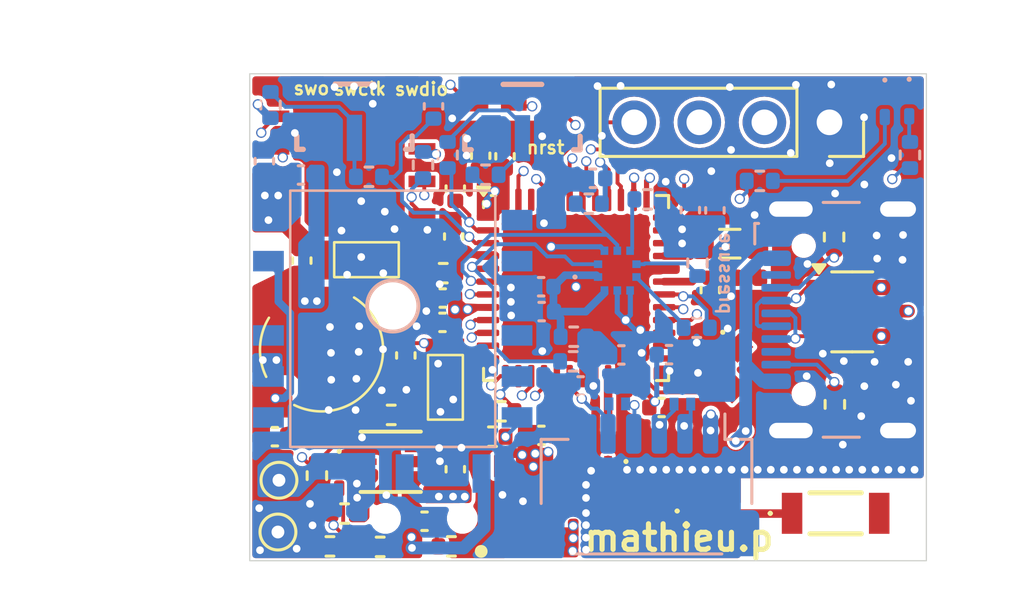
<source format=kicad_pcb>
(kicad_pcb (version 20241229) (generator "pcbnew") (generator_version "9.0")
  (layers (0 "F.Cu" signal) (4 "In1.Cu" signal) (6 "In2.Cu" signal) (8 "In3.Cu" signal) (10 "In4.Cu" signal) (2 "B.Cu" signal) (13 "F.Paste" user) (15 "B.Paste" user) (5 "F.SilkS" user "F.Silkscreen") (7 "B.SilkS" user "B.Silkscreen") (1 "F.Mask" user) (3 "B.Mask" user) (25 "Edge.Cuts" user))
  (net 0 "")
  (net 1 "Net-(BT1-+)")
  (net 2 "GNDGPS")
  (net 3 "Net-(U1-VFBSMPS)")
  (net 4 "GND")
  (net 5 "+3.3V")
  (net 6 "vusb")
  (net 7 "Net-(C3-Pad2)")
  (net 8 "B2")
  (net 9 "B1")
  (net 10 "Net-(U1-NRST)")
  (net 11 "Net-(U1-PH3)")
  (net 12 "Net-(D1-A)")
  (net 13 "Net-(D1-K)")
  (net 14 "Net-(FL1-OUT)")
  (net 15 "Net-(FL1-IN)")
  (net 16 "Net-(IC1-IN)")
  (net 17 "SPI_MOSi")
  (net 18 "SPI_SCK")
  (net 19 "SPI_MISO")
  (net 20 "SPI_CS")
  (net 21 "COMPASSDA")
  (net 22 "COMPASSCL")
  (net 23 "USART_RX")
  (net 24 "USART_TX")
  (net 25 "OLED_SCL")
  (net 26 "OLED_SDA")
  (net 27 "Net-(J4-CC2)")
  (net 28 "Net-(J4-D--PadA7)")
  (net 29 "Net-(J4-D+-PadA6)")
  (net 30 "Net-(J4-CC1)")
  (net 31 "Net-(L1-Pad2)")
  (net 32 "Net-(U1-VLXSMPS)")
  (net 33 "Net-(PA1010D1-RX)")
  (net 37 "Net-(PA1010D1-TX)")
  (net 40 "ALIMGPS")
  (net 41 "Net-(U2-PROG)")
  (net 42 "GPSRX")
  (net 43 "GPSTX")
  (net 44 "Net-(U1-PA4)")
  (net 45 "BAT+")
  (net 46 "SWDIO")
  (net 47 "SWCLK")
  (net 48 "SWO")
  (net 55 "D+")
  (net 56 "HSE_OUT")
  (net 57 "D-")
  (net 59 "HSE_IN")
  (net 61 "Net-(D2-A)")
  (net 62 "Net-(D3-A)")
  (net 63 "Net-(U1-PB0)")
  (net 64 "Net-(U1-PB1)")
  (net 65 "Net-(IC3-EN)")
  (net 66 "Net-(U5-VDD)")
  (net 68 "Net-(U5-SDO)")
  (net 69 "Net-(U5-CSB)")
  (net 70 "BAROEXTI")
  (net 71 "Net-(U5-INT)")
  (net 72 "Net-(S1-NO)")
  (net 73 "Net-(S2-NO)")
  (footprint "Resistor_SMD:R_0402_1005Metric" (layer "F.Cu") (at 133.82 109.51)
    (property "Reference" "R4" (hide yes))
    (property "Value" "1R" (hide yes))
  )
  (footprint "Capacitor_SMD:C_0402_1005Metric" (layer "F.Cu") (at 135.91 94.29 -90)
    (property "Reference" "C21" (hide yes))
    (property "Value" "100n" (hide yes))
  )
  (footprint "antennesmd:74889302450" (layer "F.Cu") (at 148.81 108.22)
    (property "Reference" "ANT1" (hide yes))
    (property "Value" "74889302450" (hide yes))
  )
  (footprint "LFCN2400D:DLF162500LT5028A1" (layer "F.Cu") (at 143.877 108.23)
    (property "Reference" "FL1" (hide yes))
    (property "Value" "LFCN-2400D" (hide yes))
  )
  (footprint "crystal 32Mhz:830069494" (layer "F.Cu") (at 144.91 102.56 -135)
    (property "Reference" "Y1" (hide yes))
    (property "Value" "Crystal_GND24" (hide yes))
  )
  (footprint "Resistor_SMD:R_0402_1005Metric" (layer "F.Cu") (at 129.65 108.23 180)
    (property "Reference" "R17" (hide yes))
    (property "Value" "50k" (hide yes))
  )
  (footprint "custom_testpoint:TestPoint_Pad_1.0x1.0mm" (layer "F.Cu") (at 136.25 92.01)
    (property "Reference" "REF**" (hide yes))
    (property "Value" "TestPoint_Pad_1.0x1.0mm" (hide yes))
  )
  (footprint "Inductor_SMD:L_0402_1005Metric" (layer "F.Cu") (at 145.36 99.03 180)
    (property "Reference" "L2" (hide yes))
    (property "Value" "10n" (hide yes))
  )
  (footprint "Connector_PinSocket_2.54mm:PinSocket_1x04_P2.54mm_Vertical" (layer "F.Cu") (at 148.57 92.965 -90)
    (property "Reference" "J3" (hide yes))
    (property "Value" "OLED" (hide yes))
  )
  (footprint "ltc4065:DFN-6_DC_LIT" (layer "F.Cu") (at 131.450001 106.209999)
    (property "Reference" "U2" (hide yes))
    (property "Value" "LTC4065AEDC")
  )
  (footprint "custom_testpoint:TestPoint_Pad_1.0x1.0mm" (layer "F.Cu") (at 137.83 92.02)
    (property "Reference" "REF**" (hide yes))
    (property "Value" "TestPoint_Pad_1.0x1.0mm" (hide yes))
  )
  (footprint "Capacitor_SMD:C_0402_1005Metric" (layer "F.Cu") (at 132.77 108.53)
    (property "Reference" "C3" (hide yes))
    (property "Value" "1u" (hide yes))
  )
  (footprint "Package_DFN_QFN:QFN-48-1EP_7x7mm_P0.5mm_EP5.6x5.6mm" (layer "F.Cu") (at 138.6825 99.43)
    (property "Reference" "U1" (hide yes))
    (property "Value" "STM32WB55CGUx" (hide yes))
  )
  (footprint "MLPFWB01E3:MLPFWB01E3" (layer "F.Cu") (at 139.68 105.547 180)
    (property "Reference" "IC1" (hide yes))
    (property "Value" "MLPF-WB-01E3" (hide yes))
  )
  (footprint "Package_TO_SOT_SMD:SOT-23-6" (layer "F.Cu") (at 149.4575 100.36)
    (property "Reference" "U4" (hide yes))
    (property "Value" "USBLC6-2SC6" (hide yes))
  )
  (footprint "Resistor_SMD:R_0402_1005Metric" (layer "F.Cu") (at 133.5 98.85 180)
    (property "Reference" "R16" (hide yes))
    (property "Value" "10k" (hide yes))
  )
  (footprint "Capacitor_SMD:C_0402_1005Metric" (layer "F.Cu") (at 127.98 98.36 -90)
    (property "Reference" "C9" (hide yes))
    (property "Value" "0.1u" (hide yes))
  )
  (footprint "custom_testpoint:TestPoint_Pad_1.0x1.0mm" (layer "F.Cu") (at 134.76 92.04)
    (property "Reference" "REF**" (hide yes))
    (property "Value" "TestPoint_Pad_1.0x1.0mm" (hide yes))
  )
  (footprint "MS414:MS421R-IV03E" (layer "F.Cu") (at 129.85 99.44 180)
    (property "Reference" "BT1" (hide yes))
    (property "Value" "ML414S" (hide yes))
  )
  (footprint "Capacitor_SMD:C_0402_1005Metric" (layer "F.Cu") (at 134.96 94.27 -90)
    (property "Reference" "C26" (hide yes))
    (property "Value" "100n" (hide yes))
  )
  (footprint "Resistor_SMD:R_0402_1005Metric" (layer "F.Cu") (at 135.77 104.24)
    (property "Reference" "R12" (hide yes))
    (property "Value" "470R" (hide yes))
  )
  (footprint "Capacitor_SMD:C_0402_1005Metric" (layer "F.Cu") (at 142.02 104.09 180)
    (property "Reference" "C23" (hide yes))
    (property "Value" "100p" (hide yes))
  )
  (footprint "Inductor_SMD:L_0805_2012Metric" (layer "F.Cu") (at 144.68 97.7)
    (property "Reference" "L1" (hide yes))
    (property "Value" "2.2u" (hide yes))
  )
  (footprint "Resistor_SMD:R_0402_1005Metric" (layer "F.Cu") (at 128.57 106.75 -90)
    (property "Reference" "R6" (hide yes))
    (property "Value" "470k" (hide yes))
  )
  (footprint "Capacitor_SMD:C_0402_1005Metric" (layer "F.Cu") (at 133.97 95.55 90)
    (property "Reference" "C6" (hide yes))
    (property "Value" "10n" (hide yes))
  )
  (footprint "KXT3:SW_KXT3" (layer "F.Cu") (at 132.405 97.595 180)
    (property "Reference" "SW4" (hide yes))
    (property "Value" "boot" (hide yes))
  )
  (footprint "TestPoint:TestPoint_THTPad_D1.0mm_Drill0.5mm" (layer "F.Cu") (at 127.05 108.95)
    (property "Reference" "TP1" (hide yes))
    (property "Value" "bat-" (hide yes))
  )
  (footprint "Capacitor_SMD:C_0402_1005Metric" (layer "F.Cu") (at 132.04 102.06 90)
    (property "Reference" "C17" (hide yes))
    (property "Value" "0.1u" (hide yes))
  )
  (footprint "Resistor_SMD:R_0402_1005Metric" (layer "F.Cu") (at 148.78 103.97 -90)
    (property "Reference" "R15" (hide yes))
    (property "Value" "5.1k" (hide yes))
  )
  (footprint "Capacitor_SMD:C_0402_1005Metric" (layer "F.Cu") (at 126.93 105.23)
    (property "Reference" "C8" (hide yes))
    (property "Value" "1u" (hide yes))
  )
  (footprint "Resistor_SMD:R_0402_1005Metric" (layer "F.Cu") (at 135.42 105.23 180)
    (property "Reference" "R11" (hide yes))
    (property "Value" "470R" (hide yes))
  )
  (footprint "Resistor_SMD:R_0402_1005Metric" (layer "F.Cu") (at 131.47 104.38)
    (property "Reference" "R3" (hide yes))
    (property "Value" "20k" (hide yes))
  )
  (footprint "Capacitor_SMD:C_0402_1005Metric" (layer "F.Cu") (at 137.33 105.18)
    (property "Reference" "C5" (hide yes))
    (property "Value" "1u" (hide yes))
  )
  (footprint "w25q128:SON127P600X500X80-9N-D" (layer "F.Cu") (at 129.82 94.635 180)
    (property "Reference" "IC2" (hide yes))
    (property "Value" "W25Q128JVPIQ_TR" (hide yes))
  )
  (footprint "LED_SMD:LED_0201_0603Metric_Pad0.64x0.40mm_HandSolder" (layer "F.Cu") (at 129.44 106.84 -90)
    (property "Reference" "D1" (hide yes))
    (property "Value" "~" (hide yes))
  )
  (footprint "Resistor_SMD:R_0402_1005Metric" (layer "F.Cu") (at 148.75 97.44 90)
    (property "Reference" "R14" (hide yes))
    (property "Value" "5.1k" (hide yes))
  )
  (footprint "Capacitor_SMD:C_0402_1005Metric" (layer "F.Cu") (at 133.47 100.77)
    (property "Reference" "C15" (hide yes))
    (property "Value" "10n" (hide yes))
  )
  (footprint "KXT3:SW_KXT3" (layer "F.Cu") (at 134.315 105.205 90)
    (property "Reference" "SW5" (hide yes))
    (property "Value" "RSTBTN" (hide yes))
  )
  (footprint "ldo40pury:SON95P300X300X90-7N-D" (layer "F.Cu") (at 136.58 107.83 90)
    (property "Reference" "IC3" (hide yes))
    (property "Value" "LDO40LPU33RY" (hide yes))
  )
  (footprint "2N7002KQBZ:2N7002KQB" (layer "F.Cu") (at 129.58 105.58 90)
    (property "Reference" "Q1" (hide yes))
    (property "Value" "2N7002K" (hide yes))
  )
  (footprint "Resistor_SMD:R_0402_1005Metric" (layer "F.Cu") (at 131.04 109.53 180)
    (property "Reference" "R5" (hide yes))
    (property "Value" "510R" (hide yes))
  )
  (footprint "TestPoint:TestPoint_THTPad_D1.0mm_Drill0.5mm" (layer "F.Cu") (at 127.09 106.93)
    (property "Reference" "TP2" (hide yes))
    (property "Value" "bat+" (hide yes))
  )
  (footprint "Capacitor_SMD:C_0402_1005Metric" (layer "F.Cu") (at 133.97 106.5 90)
    (property "Reference" "C4" (hide yes))
    (property "Value" "1u" (hide yes))
  )
  (footprint "Capacitor_SMD:C_0402_1005Metric" (layer "F.Cu") (at 143.92 99.51 90)
    (property "Reference" "C1" (hide yes))
    (property "Value" "4.7u" (hide yes))
  )
  (footprint "Resistor_SMD:R_0402_1005Metric" (layer "F.Cu") (at 129.08 109.51 180)
    (property "Reference" "R18" (hide yes))
    (property "Value" "50k" (hide yes))
  )
  (footprint "Capacitor_SMD:C_0402_1005Metric" (layer "F.Cu") (at 133.91 97.42 -90)
    (property "Reference" "C18" (hide yes))
    (property "Value" "10n" (hide yes))
  )
  (footprint "Capacitor_SMD:C_0402_1005Metric" (layer "F.Cu") (at 133.48 99.82)
    (property "Reference" "C16" (hide yes))
    (property "Value" "1u" (hide yes))
  )
  (footprint "Capacitor_SMD:C_0402_1005Metric" (layer "B.Cu") (at 126.52 94.48 90)
    (property "Reference" "C11" (hide yes))
    (property "Value" "100n" (hide yes))
  )
  (footprint "MMBZ33VBQBZ:BC847BQBZ" (layer "B.Cu") (at 142.83 103.42)
    (property "Reference" "D5" (hide yes))
    (property "Value" "MMBZ33VB-QBZ" (hide yes))
  )
  (footprint "Capacitor_SMD:C_0402_1005Metric" (layer "B.Cu") (at 137.34 100.35 180)
    (property "Reference" "C14" (hide yes))
    (property "Value" "100n" (hide yes))
  )
  (footprint "BMP581:BMP581" (layer "B.Cu") (at 140.29 98.75)
    (property "Reference" "U5" (hide yes))
    (property "Value" "BMP581" (hide yes))
  )
  (footprint "Capacitor_SMD:C_0402_1005Metric" (layer "B.Cu") (at 140.45 102.04 180)
    (property "Reference" "C12" (hide yes))
    (property "Value" "4.7u" (hide yes))
  )
  (footprint "Resistor_SMD:R_0402_1005Metric" (layer "B.Cu") (at 135.15 95.01)
    (property "Reference" "R8" (hide yes))
    (property "Value" "10k" (hide yes))
  )
  (footprint "Resistor_SMD:R_0402_1005Metric" (layer "B.Cu") (at 138.57 102.29 180)
    (property "Reference" "R20" (hide yes))
    (property "Value" "2.2k" (hide yes))
  )
  (footprint "Resistor_SMD:R_0402_1005Metric" (layer "B.Cu") (at 138.59 101.33 180)
    (property "Reference" "R19" (hide yes))
    (property "Value" "10R" (hide yes))
  )
  (footprint "Capacitor_SMD:C_0402_1005Metric" (layer "B.Cu") (at 139.34 95.15)
    (property "Reference" "C2" (hide yes))
    (property "Value" "100n" (hide yes))
  )
  (footprint "Capacitor_SMD:C_0402_1005Metric" (layer "B.Cu") (at 127.95 95.02)
    (property "Reference" "C10" (hide yes))
    (property "Value" "1u" (hide yes))
  )
  (footprint "Capacitor_SMD:C_0402_1005Metric" (layer "B.Cu") (at 144.1 96.4 -90)
    (property "Reference" "C24" (hide yes))
    (property "Value" "4.7u" (hide yes))
  )
  (footprint "Resistor_SMD:R_0402_1005Metric" (layer "B.Cu") (at 151.71 94.24 90)
    (property "Reference" "R1" (hide yes))
    (property "Value" "510R" (hide yes))
  )
  (footprint "Resistor_SMD:R_0402_1005Metric" (layer "B.Cu") (at 133.67 94.24 -90)
    (property "Reference" "R9" (hide yes))
    (property "Value" "10k" (hide yes))
  )
  (footprint "Resistor_SMD:R_0402_1005Metric" (layer "B.Cu") (at 145.85 95.25)
    (property "Reference" "R2" (hide yes))
    (property "Value" "510R" (hide yes))
  )
  (footprint "pts845:PTS845VM20PSMTR4LFS" (layer "B.Cu") (at 130.035 92.745)
    (property "Reference" "S1" (hide yes))
    (property "Value" "PTS845VM20PSMTR4_LFS" (hide yes))
  )
  (footprint "Resistor_SMD:R_0402_1005Metric" (layer "B.Cu") (at 130.6 95.09)
    (property "Reference" "R10" (hide yes))
    (property "Value" "10k" (hide yes))
  )
  (footprint "LED_SMD:LED_0201_0603Metric_Pad0.64x0.40mm_HandSolder" (layer "B.Cu") (at 151.68 92.32 -90)
    (property "Reference" "D2" (hide yes))
    (property "Value" "~" (hide yes))
  )
  (footprint "Resistor_SMD:R_0402_1005Metric" (layer "B.Cu") (at 126.76 92.29 90)
    (property "Reference" "R7" (hide yes))
    (property "Value" "10k" (hide yes))
  )
  (footprint "Resistor_SMD:R_0402_1005Metric" (layer "B.Cu") (at 139.18 96.14)
    (property "Reference" "R23" (hide yes))
    (property "Value" "2.2k" (hide yes))
  )
  (footprint "Capacitor_SMD:C_0402_1005Metric" (layer "B.Cu") (at 143.14 96.39 -90)
    (property "Reference" "C22" (hide yes))
    (property "Value" "100n" (hide yes))
  )
  (footprint "USBCWURTH:USBC-WURTH" (layer "B.Cu") (at 150.17 100.67 -90)
    (property "Reference" "J4" (hide yes))
    (property "Value" "USB_C_Receptacle_USB2.0_14P" (hide yes))
  )
  (footprint "Resistor_SMD:R_0402_1005Metric" (layer "B.Cu") (at 132.71 94.63 90)
    (property "Reference" "R13" (hide yes))
    (property "Value" "10k" (hide yes))
  )
  (footprint "SW_PCM:SW_PCM" (layer "B.Cu") (at 136.895 109.7825 180)
    (property "Reference" "SW1" (hide yes))
    (property "Value" "Int" (hide yes))
  )
  (footprint "Capacitor_SMD:C_0402_1005Metric" (layer "B.Cu") (at 137.32 99.38 180)
    (property "Reference" "C19" (hide yes))
    (property "Value" "100n" (hide yes))
  )
  (footprint "LED_SMD:LED_0201_0603Metric_Pad0.64x0.40mm_HandSolder" (layer "B.Cu") (at 150.73 92.35 -90)
    (property "Reference" "D3" (hide yes))
    (property "Value" "~" (hide yes))
  )
  (footprint "Resistor_SMD:R_0402_1005Metric" (layer "B.Cu") (at 141.47 95.97)
    (property "Reference" "R22" (hide yes))
    (property "Value" "10k" (hide yes))
  )
  (footprint "Resistor_SMD:R_0402_1005Metric" (layer "B.Cu") (at 143.42 98.45 -90)
    (property "Reference" "R24" (hide yes))
    (property "Value" "10k")
  )
  (footprint "Connector_JST:JST_SH_SM06B-SRSS-TB_1x06-1MP_P1.00mm_Horizontal" (layer "B.Cu") (at 141.43 107.12 180)
    (property "Reference" "J1" (hide yes))
    (property "Value" "SM06B-SRSS-TB" (hide yes))
  )
  (footprint "pts845:PTS845VM20PSMTR4LFS" (layer "B.Cu") (at 136.59 92.76)
    (property "Reference" "S2" (hide yes))
    (property "Value" "PTS845VM20PSMTR4_LFS" (hide yes))
  )
  (footprint "Resistor_SMD:R_0402_1005Metric" (layer "B.Cu") (at 143.39 100.98)
    (property "Reference" "R25" (hide yes))
    (property "Value" "0R" (hide yes))
  )
  (footprint "Capacitor_SMD:C_0402_1005Metric" (layer "B.Cu") (at 142.31 102.03 180)
    (property "Reference" "C13" (hide yes))
    (property "Value" "100n" (hide yes))
  )
  (footprint "Capacitor_SMD:C_0402_1005Metric" (layer "B.Cu") (at 133.12 92.34 90)
    (property "Reference" "C7" (hide yes))
    (property "Value" "10n" (hide yes))
  )
  (footprint "PA1010D:PA1010D" (layer "B.Cu") (at 136.53 105.63 180)
    (property "Reference" "PA1010D1" (hide yes))
    (property "Value" "PA1010D" (hide yes))
  )
  (footprint "MMBZ33VBQBZ:BC847BQBZ" (layer "B.Cu") (at 140.29 103.41)
    (property "Reference" "D4" (hide yes))
    (property "Value" "MMBZ33VB-QBZ" (hide yes))
  )
  (footprint "Capacitor_SMD:C_0402_1005Metric" (layer "B.Cu") (at 138.86 103.25)
    (property "Reference" "C25" (hide yes))
    (property "Value" "100n" (hide yes))
  )
  (gr_rect (start 125.95 91.07) (end 152.35 110.07) (stroke (width 0.05)) (fill no) (layer "Edge.Cuts"))
  (gr_text "swo" (at 127.6 91.93 0) (layer "F.SilkS") (effects (font (size 0.5 0.5) (thickness 0.1)) (justify left bottom)))
  (gr_text "mathieu.p" (at 138.9 109.76 0) (layer "F.SilkS") (effects (font (size 1 1) (thickness 0.2) (bold yes)) (justify left bottom)))
  (gr_text "swdio" (at 131.55 91.96 0) (layer "F.SilkS") (effects (font (size 0.5 0.5) (thickness 0.1)) (justify left bottom)))
  (gr_text "nrst" (at 136.7 94.24 0) (layer "F.SilkS") (effects (font (size 0.5 0.5) (thickness 0.1)) (justify left bottom)))
  (gr_text "swclk" (at 129.17 91.95 0) (layer "F.SilkS") (effects (font (size 0.5 0.5) (thickness 0.1)) (justify left bottom)))
  (gr_text "pressure\n" (at 144.24 100.52 270) (layer "B.SilkS") (effects (font (size 0.5 0.5) (thickness 0.1)) (justify left bottom mirror)))
  (via (at 126.95 103.73) (size 0.4) (drill 0.3) (layers "F.Cu" "B.Cu") (net 1))
  (segment (start 127.53 103.49) (end 127.53 100.42) (width 0.3) (layer "B.Cu") (net 1))
  (segment (start 127.07 99.96) (end 127.07 98.77) (width 0.3) (layer "B.Cu") (net 1))
  (segment (start 127.53 100.42) (end 127.07 99.96) (width 0.3) (layer "B.Cu") (net 1))
  (segment (start 127.29 103.73) (end 127.53 103.49) (width 0.3) (layer "B.Cu") (net 1))
  (segment (start 127.07 98.77) (end 126.68 98.38) (width 0.3) (layer "B.Cu") (net 1))
  (segment (start 126.95 103.73) (end 127.29 103.73) (width 0.3) (layer "B.Cu") (net 1))
  (via (at 128.1 99.94) (size 0.4) (drill 0.3) (layers "F.Cu" "B.Cu") (net 2))
  (via (at 126.46 102.24) (size 0.4) (drill 0.3) (layers "F.Cu" "B.Cu") (net 2))
  (via (at 126.99 102.24) (size 0.4) (drill 0.3) (layers "F.Cu" "B.Cu") (net 2))
  (via (at 128.57 99.94) (size 0.4) (drill 0.3) (layers "F.Cu" "B.Cu") (net 2))
  (segment (start 143.21 99.18) (end 143.36 99.03) (width 0.3) (layer "F.Cu") (net 3))
  (segment (start 144.875 99.03) (end 143.92 99.03) (width 0.3) (layer "F.Cu") (net 3))
  (segment (start 142.12 99.18) (end 143.21 99.18) (width 0.3) (layer "F.Cu") (net 3))
  (segment (start 143.36 99.03) (end 143.92 99.03) (width 0.3) (layer "F.Cu") (net 3))
  (via (at 130.3 98.22) (size 0.4) (drill 0.3) (layers "F.Cu" "B.Cu") (net 4))
  (via (at 150.43 98.28) (size 0.4) (drill 0.3) (layers "F.Cu" "B.Cu") (net 4))
  (via (at 149.09 105.54) (size 0.4) (drill 0.3) (layers "F.Cu" "B.Cu") (net 4))
  (via (at 128.3 107.85) (size 0.4) (drill 0.3) (layers "F.Cu" "B.Cu") (net 4))
  (via (at 137.365 101.89) (size 0.4) (drill 0.3) (layers "F.Cu" "B.Cu") (net 4))
  (via (at 131.28 107.51) (size 0.4) (drill 0.3) (layers "F.Cu" "B.Cu") (net 4))
  (via (at 138.68 99.38) (size 0.4) (drill 0.3) (layers "F.Cu" "B.Cu") (net 4))
  (via (at 143.22 106.52) (size 0.4) (drill 0.3) (layers "F.Cu" "B.Cu") (net 4))
  (via (at 149.93 103.26) (size 0.4) (drill 0.3) (layers "F.Cu" "B.Cu") (net 4))
  (via (at 145.26 106.52) (size 0.4) (drill 0.3) (layers "F.Cu" "B.Cu") (net 4))
  (via (at 127.78 109.6) (size 0.4) (drill 0.3) (layers "F.Cu" "B.Cu") (net 4))
  (via (at 140.67 106.52) (size 0.4) (drill 0.3) (layers "F.Cu" "B.Cu") (net 4))
  (via (at 151.38 106.52) (size 0.4) (drill 0.3) (layers "F.Cu" "B.Cu") (net 4))
  (via (at 147.06 94.16) (size 0.4) (drill 0.3) (layers "F.Cu" "B.Cu") (net 4))
  (via (at 129.12 101.96) (size 0.4) (drill 0.3) (layers "F.Cu" "B.Cu") (net 4))
  (via (at 133.37 106.19) (size 0.4) (drill 0.3) (layers "F.Cu" "B.Cu") (net 4))
  (via (at 130.22 100.92) (size 0.4) (drill 0.3) (layers "F.Cu" "B.Cu") (net 4))
  (via (at 133.89 103.78) (size 0.4) (drill 0.3) (layers "F.Cu" "B.Cu") (net 4))
  (via (at 132.88 97.16) (size 0.4) (drill 0.3) (layers "F.Cu" "B.Cu") (net 4))
  (via (at 136.61 107.75) (size 0.4) (drill 0.3) (layers "F.Cu" "B.Cu") (net 4))
  (via (at 142.2 106.52) (size 0.4) (drill 0.3) (layers "F.Cu" "B.Cu") (net 4))
  (via (at 137.71 97.82) (size 0.4) (drill 0.3) (layers "F.Cu" "B.Cu") (net 4))
  (via (at 139.07 107.11) (size 0.4) (drill 0.3) (layers "F.Cu" "B.Cu") (net 4))
  (via (at 126.35 109.66) (size 0.4) (drill 0.3) (layers "F.Cu" "B.Cu") (net 4))
  (via (at 140.62 100.68) (size 0.4) (drill 0.3) (layers "F.Cu" "B.Cu") (net 4))
  (via (at 143.44 102.74) (size 0.4) (drill 0.3) (layers "F.Cu" "B.Cu") (net 4))
  (via (at 135.81 107.5) (size 0.4) (drill 0.3) (layers "F.Cu" "B.Cu") (net 4))
  (via (at 149.34 106.52) (size 0.4) (drill 0.3) (layers "F.Cu" "B.Cu") (net 4))
  (via (at 132.46 100.92) (size 0.4) (drill 0.3) (layers "F.Cu" "B.Cu") (net 4))
  (via (at 136.14 99.97) (size 0.4) (drill 0.3) (layers "F.Cu" "B.Cu") (net 4))
  (via (at 141.19 101.07) (size 0.4) (drill 0.3) (layers "F.Cu" "B.Cu") (net 4))
  (via (at 127.71 93.38) (size 0.4) (drill 0.3) (layers "F.Cu" "B.Cu") (net 4))
  (via (at 139.07 107.62) (size 0.4) (drill 0.3) (layers "F.Cu" "B.Cu") (net 4))
  (via (at 130.33 105.26) (size 0.4) (drill 0.3) (layers "F.Cu" "B.Cu") (net 4))
  (via (at 145.65 96.58) (size 0.4) (drill 0.3) (layers "F.Cu" "B.Cu") (net 4))
  (via (at 151.16 103.2) (size 0.4) (drill 0.3) (layers "F.Cu" "B.Cu") (net 4))
  (via (at 130.3 96.04) (size 0.4) (drill 0.3) (layers "F.Cu" "B.Cu") (net 4))
  (via (at 148.64 91.49) (size 0.4) (drill 0.3) (layers "F.Cu" "B.Cu") (net 4))
  (via (at 141.24 101.96) (size 0.4) (drill 0.3) (layers "F.Cu" "B.Cu") (net 4))
  (via (at 126.32 108.02) (size 0.4) (drill 0.3) (layers "F.Cu" "B.Cu") (net 4))
  (via (at 133.34 105.67) (size 0.4) (drill 0.3) (layers "F.Cu" "B.Cu") (net 4))
  (via (at 144.68 91.59) (size 0.4) (drill 0.3) (layers "F.Cu" "B.Cu") (net 4))
  (via (at 133.3 102.38) (size 0.4) (drill 0.3) (layers "F.Cu" "B.Cu") (net 4))
  (via (at 135.42 102.62) (size 0.4) (drill 0.3) (layers "F.Cu" "B.Cu") (net 4))
  (via (at 147.81 106.52) (size 0.4) (drill 0.3) (layers "F.Cu" "B.Cu") (net 4))
  (via (at 150.33 102.31) (size 0.4) (drill 0.3) (layers "F.Cu" "B.Cu") (net 4))
  (via (at 139.07 109.17) (size 0.4) (drill 0.3) (layers "F.Cu" "B.Cu") (net 4))
  (via (at 147.71 98.49) (size 0.4) (drill 0.3) (layers "F.Cu" "B.Cu") (net 4))
  (via (at 148.32 106.52) (size 0.4) (drill 0.3) (layers "F.Cu" "B.Cu") (net 4))
  (via (at 148.83 106.52) (size 0.4) (drill 0.3) (layers "F.Cu" "B.Cu") (net 4))
  (via (at 142.18 95.28) (size 0.4) (drill 0.3) (layers "F.Cu" "B.Cu") (net 4))
  (via (at 142.71 106.52) (size 0.4) (drill 0.3) (layers "F.Cu" "B.Cu") (net 4))
  (via (at 131.22 96.45) (size 0.4) (drill 0.3) (layers "F.Cu" "B.Cu") (net 4))
  (via (at 147.68 102.87) (size 0.4) (drill 0.3) (layers "F.Cu" "B.Cu") (net 4))
  (via (at 146.79 106.52) (size 0.4) (drill 0.3) (layers "F.Cu" "B.Cu") (net 4))
  (via (at 134.41 94.26) (size 0.4) (drill 0.3) (layers "F.Cu" "B.Cu") (net 4))
  (via (at 149.13 102.28) (size 0.4) (drill 0.3) (layers "F.Cu" "B.Cu") (net 4))
  (via (at 150.36 106.52) (size 0.4) (drill 0.3) (layers "F.Cu" "B.Cu") (net 4))
  (via (at 129.08 100.95) (size 0.4) (drill 0.3) (layers "F.Cu" "B.Cu") (net 4))
  (via (at 129.26 91.59) (size 0.4) (drill 0.3) (layers "F.Cu" "B.Cu") (net 4))
  (via (at 139.07 108.21) (size 0.4) (drill 0.3) (layers "F.Cu" "B.Cu") (net 4))
  (via (at 151.44 97.36) (size 0.4) (drill 0.3) (layers "F.Cu" "B.Cu") (net 4))
  (via (at 143.39 101.56) (size 0.4) (drill 0.3) (layers "F.Cu" "B.Cu") (net 4))
  (via (at 130.75 92.24) (size 0.4) (drill 0.3) (layers "F.Cu" "B.Cu") (net 4))
  (via (at 144.73 99.75) (size 0.4) (drill 0.3) (layers "F.Cu" "B.Cu") (net 4))
  (via (at 143.73 106.52) (size 0.4) (drill 0.3) (layers "F.Cu" "B.Cu") (net 4))
  (via (at 137.36 93.51) (size 0.4) (drill 0.3) (layers "F.Cu" "B.Cu") (net 4))
  (via (at 130.08 104.19) (size 0.4) (drill 0.3) (layers "F.Cu" "B.Cu") (net 4))
  (via (at 129.03 104.19) (size 0.4) (drill 0.3) (layers "F.Cu" "B.Cu") (net 4))
  (via (at 147.3 106.52) (size 0.4) (drill 0.3) (layers "F.Cu" "B.Cu") (net 4))
  (via (at 150.41 97.38) (size 0.4) (drill 0.3) (layers "F.Cu" "B.Cu") (net 4))
  (via (at 151.75 103.83) (size 0.4) (drill 0.3) (layers "F.Cu" "B.Cu") (net 4))
  (via (at 149.81 104.43) (size 0.4) (drill 0.3) (layers "F.Cu" "B.Cu") (net 4))
  (via (at 140.42 91.54) (size 0.4) (drill 0.3) (layers "F.Cu" "B.Cu") (net 4))
  (via (at 144.73 94.04) (size 0.4) (drill 0.3) (layers "F.Cu" "B.Cu") (net 4))
  (via (at 129.75 98.91) (size 0.4) (drill 0.3) (layers "F.Cu" "B.Cu") (net 4))
  (via (at 147.26 91.5) (size 0.4) (drill 0.3) (layers "F.Cu" "B.Cu") (net 4))
  (via (at 130.11 102.97) (size 0.4) (drill 0.3) (layers "F.Cu" "B.Cu") (net 4))
  (via (at 129.53 97.19) (size 0.4) (drill 0.3) (layers "F.Cu" "B.Cu") (net 4))
  (via (at 141.18 106.52) (size 0.4) (drill 0.3) (layers "F.Cu" "B.Cu") (net 4))
  (via (at 148.79 95.74) (size 0.4) (drill 0.3) (layers "F.Cu" "B.Cu") (net 4))
  (via (at 151.89 106.52) (size 0.4) (drill 0.3) (layers "F.Cu" "B.Cu") (net 4))
  (via (at 133.39 104.26) (size 0.4) (drill 0.3) (layers "F.Cu" "B.Cu") (net 4))
  (via (at 130.02 91.56) (size 0.4) (drill 0.3) (layers "F.Cu" "B.Cu") (net 4))
  (via (at 134.21 105.66) (size 0.4) (drill 0.3) (layers "F.Cu" "B.Cu") (net 4))
  (via (at 148.58 94.56) (size 0.4) (drill 0.3) (layers "F.Cu" "B.Cu") (net 4))
  (via (at 139.69 93.49) (size 0.4) (drill 0.3) (layers "F.Cu" "B.Cu") (net 4))
  (via (at 144.6 101.01) (size 0.4) (drill 0.3) (layers "F.Cu" "B.Cu") (net 4))
  (via (at 139.52 91.55) (size 0.4) (drill 0.3) (layers "F.Cu" "B.Cu") (net 4))
  (via (at 141.69 106.52) (size 0.4) (drill 0.3) (layers "F.Cu" "B.Cu") (net 4))
  (via (at 151.42 98.33) (size 0.4) (drill 0.3) (layers "F.Cu" "B.Cu") (net 4))
  (via (at 144.75 106.52) (size 0.4) (drill 0.3) (layers "F.Cu" "B.Cu") (net 4))
  (via (at 131.16 98.85) (size 0.4) (drill 0.3) (layers "F.Cu" "B.Cu") (net 4))
  (via (at 133.85 92.81) (size 0.4) (drill 0.3) (layers "F.Cu" "B.Cu") (net 4))
  (via (at 136.15 100.5) (size 0.4) (drill 0.3) (layers "F.Cu" "B.Cu") (net 4))
  (via (at 139.07 108.68) (size 0.4) (drill 0.3) (layers "F.Cu" "B.Cu") (net 4))
  (via (at 129.35 94.91) (size 0.4) (drill 0.3) (layers "F.Cu" "B.Cu") (net 4))
  (via (at 131.6 97.13) (size 0.4) (drill 0.3) (layers "F.Cu" "B.Cu") (net 4))
  (via (at 148.31 101.99) (size 0.4) (drill 0.3) (layers "F.Cu" "B.Cu") (net 4))
  (via (at 130.2 101.92) (size 0.4) (drill 0.3) (layers "F.Cu" "B.Cu") (net 4))
  (via (at 132.06 103.4) (size 0.4) (drill 0.3) (layers "F.Cu" "B.Cu") (net 4))
  (via (at 130.77 91.55) (size 0.4) (drill 0.3) (layers "F.Cu" "B.Cu") (net 4))
  (via (at 149.85 106.52) (size 0.4) (drill 0.3) (layers "F.Cu" "B.Cu") (net 4))
  (via (at 142.33 102.66) (size 0.4) (drill 0.3) (layers "F.Cu" "B.Cu") (net 4))
  (via (at 144.509834 97.819834) (size 0.4) (drill 0.3) (layers "F.Cu" "B.Cu") (net 4))
  (via (at 133.36 99.28) (size 0.4) (drill 0.3) (layers "F.Cu" "B.Cu") (net 4))
  (via (at 131.15 101.82) (size 0.4) (drill 0.3) (layers "F.Cu" "B.Cu") (net 4))
  (via (at 144.24 106.52) (size 0.4) (drill 0.3) (layers "F.Cu" "B.Cu") (net 4))
  (via (at 137.43 96.9) (size 0.4) (drill 0.3) (layers "F.Cu" "B.Cu") (net 4))
  (via (at 131.1 103.42) (size 0.4) (drill 0.3) (layers "F.Cu" "B.Cu") (net 4))
  (via (at 149.92 92.77) (size 0.4) (drill 0.3) (layers "F.Cu" "B.Cu") (net 4))
  (via (at 139.07 109.64) (size 0.4) (drill 0.3) (layers "F.Cu" "B.Cu") (net 4))
  (via (at 128.4 108.69) (size 0.4) (drill 0.3) (layers "F.Cu" "B.Cu") (net 4))
  (via (at 139.27 106.56) (size 0.4) (drill 0.3) (layers "F.Cu" "B.Cu") (net 4))
  (via (at 136.14 99.41) (size 0.4) (drill 0.3) (layers "F.Cu" "B.Cu") (net 4))
  (via (at 129.13 103.01) (size 0.4) (drill 0.3) (layers "F.Cu" "B.Cu") (net 4))
  (via (at 150.99 94.36) (size 0.4) (drill 0.3) (layers "F.Cu" "B.Cu") (net 4))
  (via (at 149.93 95.39) (size 0.4) (drill 0.3) (layers "F.Cu" "B.Cu") (net 4))
  (via (at 150.87 106.52) (size 0.4) (drill 0.3) (layers "F.Cu" "B.Cu") (net 4))
  (via (at 151.64 102.31) (size 0.4) (drill 0.3) (layers "F.Cu" "B.Cu") (net 4))
  (via (at 143.96 94.87) (size 0.4) (drill 0.3) (layers "F.Cu" "B.Cu") (net 4))
  (via (at 146.28 106.52) (size 0.4) (drill 0.3) (layers "F.Cu" "B.Cu") (net 4))
  (via (at 132.84 100.33) (size 0.4) (drill 0.3) (layers "F.Cu" "B.Cu") (net 4))
  (via (at 145.77 106.52) (size 0.4) (drill 0.3) (layers "F.Cu" "B.Cu") (net 4))
  (via (at 134.43 93.6) (size 0.4) (drill 0.3) (layers "F.Cu" "B.Cu") (net 4))
  (segment (start 140.29 100.37) (end 140.6 100.68) (width 0.2) (layer "B.Cu") (net 4))
  (segment (start 140.8 99.535) (end 140.8 100.48) (width 0.2) (layer "B.Cu") (net 4))
  (segment (start 139.635 97.82) (end 139.79 97.975) (width 0.2) (layer "B.Cu") (net 4))
  (segment (start 141.19 101.07) (end 140.99 101.07) (width 0.2) (layer "B.Cu") (net 4))
  (segment (start 137.71 97.82) (end 139.635 97.82) (width 0.2) (layer "B.Cu") (net 4))
  (segment (start 140.79 99.525) (end 140.8 99.535) (width 0.2) (layer "B.Cu") (net 4))
  (segment (start 140.8 100.48) (end 140.6 100.68) (width 0.2) (layer "B.Cu") (net 4))
  (segment (start 140.29 99.525) (end 140.29 100.37) (width 0.2) (layer "B.Cu") (net 4))
  (segment (start 140.99 101.07) (end 140.6 100.68) (width 0.2) (layer "B.Cu") (net 4))
  (segment (start 141.259536 103.505) (end 140.9325 103.177964) (width 0.2) (layer "F.Cu") (net 5))
  (segment (start 142.82 97.14) (end 142.78 97.18) (width 0.2) (layer "F.Cu") (net 5))
  (segment (start 139.9325 94.8325) (end 139.9325 95.9925) (width 0.2) (layer "F.Cu") (net 5))
  (segment (start 141.54 104.073482) (end 141.54 104.09) (width 0.2) (layer "F.Cu") (net 5))
  (segment (start 142.78 97.18) (end 142.12 97.18) (width 0.2) (layer "F.Cu") (net 5))
  (segment (start 141.758656 103.854826) (end 141.54 104.073482) (width 0.2) (layer "F.Cu") (net 5))
  (segment (start 139.62 94.52) (end 139.9325 94.8325) (width 0.2) (layer "F.Cu") (net 5))
  (segment (start 133.214165 94.207067) (end 132.877067 94.207067) (width 0.3) (layer "F.Cu") (net 5))
  (segment (start 139.357497 103.250083) (end 139.4325 103.17508) (width 0.2) (layer "F.Cu") (net 5))
  (segment (start 141.40883 103.505) (end 141.259536 103.505) (width 0.2) (layer "F.Cu") (net 5))
  (segment (start 140.9325 103.177964) (end 140.9325 102.8675) (width 0.2) (layer "F.Cu") (net 5))
  (segment (start 142.81 97.68) (end 142.12 97.68) (width 0.2) (layer "F.Cu") (net 5))
  (segment (start 141.758656 103.854826) (end 141.40883 103.505) (width 0.2) (layer "F.Cu") (net 5))
  (segment (start 132.877067 94.207067) (end 132.67 94) (width 0.3) (layer "F.Cu") (net 5))
  (segment (start 139.4325 103.17508) (end 139.4325 102.8675) (width 0.2) (layer "F.Cu") (net 5))
  (segment (start 142.82 97.69) (end 142.81 97.68) (width 0.2) (layer "F.Cu") (net 5))
  (via (at 137.09 105.89) (size 0.4) (drill 0.3) (layers "F.Cu" "B.Cu") (net 5))
  (via (at 136.58 105.94) (size 0.4) (drill 0.3) (layers "F.Cu" "B.Cu") (net 5))
  (via (at 127.06 95.82) (size 0.4) (drill 0.3) (layers "F.Cu" "B.Cu") (net 5))
  (via (at 126.266245 92.264069) (size 0.4) (drill 0.3) (layers "F.Cu" "B.Cu") (net 5))
  (via (at 135.51 95.65) (size 0.4) (drill 0.3) (layers "F.Cu" "B.Cu") (net 5))
  (via (at 135.19 96.14) (size 0.4) (drill 0.3) (layers "F.Cu" "B.Cu") (net 5))
  (via (at 142.82 97.14) (size 0.4) (drill 0.3) (layers "F.Cu" "B.Cu") (net 5))
  (via (at 143.94 104.37) (size 0.4) (drill 0.3) (layers "F.Cu" "B.Cu") (net 5))
  (via (at 133.96 100.27) (size 0.4) (drill 0.3) (layers "F.Cu" "B.Cu") (net 5))
  (via (at 141.758656 103.854826) (size 0.4) (drill 0.3) (layers "F.Cu" "B.Cu") (net 5))
  (via (at 143.93 104.99) (size 0.4) (drill 0.3) (layers "F.Cu" "B.Cu") (net 5))
  (via (at 126.68 96.78) (size 0.4) (drill 0.3) (layers "F.Cu" "B.Cu") (net 5))
  (via (at 133.214165 94.207067) (size 0.4) (drill 0.3) (layers "F.Cu" "B.Cu") (net 5))
  (via (at 126.54 95.82) (size 0.4) (drill 0.3) (layers "F.Cu" "B.Cu") (net 5))
  (via (at 142.82 97.69) (size 0.4) (drill 0.3) (layers "F.Cu" "B.Cu") (net 5))
  (via (at 139.357497 103.250083) (size 0.4) (drill 0.3) (layers "F.Cu" "B.Cu") (net 5))
  (via (at 137.015 106.4) (size 0.4) (drill 0.3) (layers "F.Cu" "B.Cu") (net 5))
  (via (at 139.62 94.52) (size 0.4) (drill 0.3) (layers "F.Cu" "B.Cu") (net 5))
  (via (at 134.45 100.26) (size 0.4) (drill 0.3) (layers "F.Cu" "B.Cu") (net 5))
  (via (at 137.595 105.825) (size 0.4) (drill 0.3) (layers "F.Cu" "B.Cu") (net 5))
  (segment (start 139.3 103.192586) (end 139.3 102.5) (width 0.2) (layer "B.Cu") (net 5))
  (segment (start 139.3 102.5) (end 139.76 102.04) (width 0.2) (layer "B.Cu") (net 5))
  (segment (start 139.82 95.15) (end 139.82 96.0975) (width 0.2) (layer "B.Cu") (net 5))
  (segment (start 139.62 94.52) (end 139.82 94.72) (width 0.2) (layer "B.Cu") (net 5))
  (segment (start 139.1 101.33) (end 139.1 102.27) (width 0.2) (layer "B.Cu") (net 5))
  (segment (start 135.51 95.65) (end 135.28 95.65) (width 0.2) (layer "B.Cu") (net 5))
  (segment (start 133.214165 94.207067) (end 132.897067 94.207067) (width 0.3) (layer "B.Cu") (net 5))
  (segment (start 139.76 102.04) (end 139.97 102.04) (width 0.2) (layer "B.Cu") (net 5))
  (segment (start 132.897067 94.207067) (end 132.81 94.12) (width 0.3) (layer "B.Cu") (net 5))
  (segment (start 135.19 95.97) (end 135.51 95.65) (width 0.2) (layer "B.Cu") (net 5))
  (segment (start 139.82 96.0975) (end 139.7775 96.14) (width 0.2) (layer "B.Cu") (net 5))
  (segment (start 143.94 104.37) (end 143.93 104.38) (width 0.2) (layer "B.Cu") (net 5))
  (segment (start 132.81 94.12) (end 132.71 94.12) (width 0.3) (layer "B.Cu") (net 5))
  (segment (start 141.758656 103.854826) (end 141.83 103.783482) (width 0.2) (layer "B.Cu") (net 5))
  (segment (start 126.266245 92.306245) (end 126.76 92.8) (width 0.3) (layer "B.Cu") (net 5))
  (segment (start 126.266245 92.264069) (end 126.266245 92.306245) (width 0.3) (layer "B.Cu") (net 5))
  (segment (start 139.357497 103.250083) (end 139.3 103.192586) (width 0.2) (layer "B.Cu") (net 5))
  (segment (start 135.28 95.65) (end 134.64 95.01) (width 0.2) (layer "B.Cu") (net 5))
  (segment (start 139.1 102.27) (end 139.08 102.29) (width 0.2) (layer "B.Cu") (net 5))
  (segment (start 135.19 96.14) (end 135.19 95.97) (width 0.2) (layer "B.Cu") (net 5))
  (segment (start 139.82 94.72) (end 139.82 95.15) (width 0.2) (layer "B.Cu") (net 5))
  (segment (start 141.83 103.783482) (end 141.83 102.03) (width 0.2) (layer "B.Cu") (net 5))
  (segment (start 143.93 104.38) (end 143.93 104.99) (width 0.2) (layer "B.Cu") (net 5))
  (segment (start 150.625 100.33) (end 150.595 100.36) (width 0.5) (layer "F.Cu") (net 6))
  (segment (start 151.65 100.33) (end 150.625 100.33) (width 0.5) (layer "F.Cu") (net 6))
  (via (at 132.26 109.15) (size 0.4) (drill 0.3) (layers "F.Cu" "B.Cu") (net 6))
  (via (at 132.28 109.57) (size 0.4) (drill 0.3) (layers "F.Cu" "B.Cu") (net 6))
  (via (at 145.3 105.01) (size 0.4) (drill 0.3) (layers "F.Cu" "B.Cu") (net 6))
  (via (at 151.65 100.33) (size 0.4) (drill 0.3) (layers "F.Cu" "B.Cu") (net 6))
  (via (at 144.915 105.395) (size 0.4) (drill 0.3) (layers "F.Cu" "B.Cu") (net 6))
  (segment (start 145.28 105.03) (end 145.3 105.03) (width 0.5) (layer "B.Cu") (net 6))
  (segment (start 145.296536 101.1) (end 145.296536 102.404656) (width 0.5) (layer "B.Cu") (net 6))
  (segment (start 145.3 105.01) (end 145.3 102.40812) (width 0.5) (layer "B.Cu") (net 6))
  (segment (start 134.3 109.57) (end 132.28 109.57) (width 0.5) (layer "B.Cu") (net 6))
  (segment (start 145.915001 98.27) (end 145.31 98.875001) (width 0.5) (layer "B.Cu") (net 6))
  (segment (start 145.296536 102.404656) (end 145.96188 103.07) (width 0.5) (layer "B.Cu") (net 6))
  (segment (start 145.3 102.40812) (end 145.296536 102.404656) (width 0.5) (layer "B.Cu") (net 6))
  (segment (start 135.095 108.775) (end 134.3 109.57) (width 0.5) (layer "B.Cu") (net 6))
  (segment (start 134.995 106.6675) (end 135.095 106.7675) (width 0.5) (layer "B.Cu") (net 6))
  (segment (start 145.31 101.086536) (end 145.296536 101.1) (width 0.5) (layer "B.Cu") (net 6))
  (segment (start 146.49 98.27) (end 145.915001 98.27) (width 0.5) (layer "B.Cu") (net 6))
  (segment (start 135.095 106.7675) (end 135.095 108.775) (width 0.5) (layer "B.Cu") (net 6))
  (segment (start 145.3 105.01) (end 144.915 105.395) (width 0.5) (layer "B.Cu") (net 6))
  (segment (start 144.915 105.395) (end 145.28 105.03) (width 0.5) (layer "B.Cu") (net 6))
  (segment (start 145.96188 103.07) (end 146.49 103.07) (width 0.5) (layer "B.Cu") (net 6))
  (segment (start 145.31 98.875001) (end 145.31 101.086536) (width 0.5) (layer "B.Cu") (net 6))
  (segment (start 133.25 109.45) (end 133.31 109.51) (width 0.15) (layer "F.Cu") (net 7))
  (segment (start 133.25 108.53) (end 133.25 109.45) (width 0.15) (layer "F.Cu") (net 7))
  (segment (start 134.52 96.86) (end 134.52 96.892499) (width 0.15) (layer "F.Cu") (net 8))
  (segment (start 134.52 96.892499) (end 134.807501 97.18) (width 0.15) (layer "F.Cu") (net 8))
  (segment (start 134.807501 97.18) (end 135.245 97.18) (width 0.15) (layer "F.Cu") (net 8))
  (segment (start 134.52 96.58) (end 134.52 96.86) (width 0.15) (layer "F.Cu") (net 8))
  (segment (start 133.97 96.03) (end 134.52 96.58) (width 0.15) (layer "F.Cu") (net 8))
  (via (at 134.52 96.86) (size 0.4) (drill 0.3) (layers "F.Cu" "B.Cu") (net 8))
  (segment (start 133.82 94.9) (end 133.67 94.75) (width 0.15) (layer "B.Cu") (net 8))
  (segment (start 134.52 96.86) (end 133.82 96.16) (width 0.15) (layer "B.Cu") (net 8))
  (segment (start 133.82 96.16) (end 133.82 94.9) (width 0.15) (layer "B.Cu") (net 8))
  (segment (start 135.245 97.68) (end 134.76 97.68) (width 0.15) (layer "F.Cu") (net 9))
  (segment (start 134.76 97.68) (end 134.51 97.43) (width 0.15) (layer "F.Cu") (net 9))
  (via (at 134.51 97.43) (size 0.4) (drill 0.3) (layers "F.Cu" "B.Cu") (net 9))
  (segment (start 132.15 93.51) (end 131.84 93.82) (width 0.15) (layer "B.Cu") (net 9))
  (segment (start 131.890023 96.036042) (end 132.343981 96.49) (width 0.15) (layer "B.Cu") (net 9))
  (segment (start 132.343981 96.49) (end 133.57 96.49) (width 0.15) (layer "B.Cu") (net 9))
  (segment (start 131.84 94.84) (end 131.59 95.09) (width 0.15) (layer "B.Cu") (net 9))
  (segment (start 132.43 93.51) (end 132.15 93.51) (width 0.15) (layer "B.Cu") (net 9))
  (segment (start 131.11 95.09) (end 131.37 95.09) (width 0.15) (layer "B.Cu") (net 9))
  (segment (start 133.12 92.82) (end 132.43 93.51) (width 0.15) (layer "B.Cu") (net 9))
  (segment (start 131.59 95.09) (end 131.11 95.09) (width 0.15) (layer "B.Cu") (net 9))
  (segment (start 131.37 95.09) (end 131.890023 95.610023) (width 0.15) (layer "B.Cu") (net 9))
  (segment (start 131.890023 95.610023) (end 131.890023 96.036042) (width 0.15) (layer "B.Cu") (net 9))
  (segment (start 131.84 93.82) (end 131.84 94.84) (width 0.15) (layer "B.Cu") (net 9))
  (segment (start 133.57 96.49) (end 134.51 97.43) (width 0.15) (layer "B.Cu") (net 9))
  (segment (start 134.552784 99.68) (end 134.539999 99.667215) (width 0.15) (layer "F.Cu") (net 10))
  (segment (start 132.04 101.58) (end 133.465 101.58) (width 0.15) (layer "F.Cu") (net 10))
  (segment (start 135.245 99.68) (end 134.552784 99.68) (width 0.15) (layer "F.Cu") (net 10))
  (segment (start 133.465 101.58) (end 133.565 101.68) (width 0.15) (layer "F.Cu") (net 10))
  (via (at 132.75 101.58) (size 0.4) (drill 0.3) (layers "F.Cu" "B.Cu") (net 10))
  (via (at 134.539999 99.667215) (size 0.4) (drill 0.3) (layers "F.Cu" "B.Cu") (net 10))
  (segment (start 129.43 107.2175) (end 129.52 107.3075) (width 0.15) (layer "F.Cu") (net 12))
  (segment (start 129.52 107.847852) (end 129.595 107.922852) (width 0.15) (layer "F.Cu") (net 12))
  (segment (start 129.52 107.3075) (end 129.52 107.847852) (width 0.15) (layer "F.Cu") (net 12))
  (segment (start 129.595 108.595) (end 130.53 109.53) (width 0.15) (layer "F.Cu") (net 12))
  (segment (start 129.595 107.922852) (end 129.595 108.595) (width 0.15) (layer "F.Cu") (net 12))
  (segment (start 129.622501 106.209999) (end 129.43 106.4025) (width 0.15) (layer "F.Cu") (net 13))
  (segment (start 130.5 106.209999) (end 129.622501 106.209999) (width 0.15) (layer "F.Cu") (net 13))
  (segment (start 147.1 108.23) (end 147.11 108.22) (width 0.332) (layer "F.Cu") (net 14))
  (segment (start 144.49 108.23) (end 147.1 108.23) (width 0.332) (layer "F.Cu") (net 14))
  (segment (start 139.93 106.134) (end 139.93 106.915786) (width 0.332) (layer "F.Cu") (net 15))
  (segment (start 140.222893 107.622893) (end 140.537107 107.937107) (width 0.332) (layer "F.Cu") (net 15))
  (segment (start 141.244214 108.23) (end 143.265 108.23) (width 0.332) (layer "F.Cu") (net 15))
  (arc (start 140.537107 107.937107) (mid 140.86153 108.15388) (end 141.244214 108.23) (width 0.332) (layer "F.Cu") (net 15))
  (arc (start 139.93 106.915786) (mid 140.00612 107.298469) (end 140.222893 107.622893) (width 0.332) (layer "F.Cu") (net 15))
  (segment (start 139.9325 104.9575) (end 139.93 104.96) (width 0.332) (layer "F.Cu") (net 16))
  (segment (start 139.9325 102.8675) (end 139.9325 104.9575) (width 0.332) (layer "F.Cu") (net 16))
  (segment (start 126.4 93.3) (end 126.97 92.73) (width 0.15) (layer "F.Cu") (net 17))
  (segment (start 137.13 95.18) (end 137.4325 95.4825) (width 0.15) (layer "F.Cu") (net 17))
  (segment (start 126.4 93.37) (end 126.4 93.3) (width 0.15) (layer "F.Cu") (net 17))
  (segment (start 137.4325 95.4825) (end 137.4325 95.9925) (width 0.15) (layer "F.Cu") (net 17))
  (via (at 126.4 93.37) (size 0.4) (drill 0.3) (layers "F.Cu" "B.Cu") (net 17))
  (via (at 137.13 95.18) (size 0.4) (drill 0.3) (layers "F.Cu" "B.Cu") (net 17))
  (segment (start 135.245 101.18) (end 134.793119 101.18) (width 0.15) (layer "F.Cu") (net 18))
  (segment (start 126.97 94.06) (end 126.97 94) (width 0.15) (layer "F.Cu") (net 18))
  (segment (start 134.793119 101.18) (end 134.611802 101.361317) (width 0.15) (layer "F.Cu") (net 18))
  (segment (start 127.24 94.33) (end 126.97 94.06) (width 0.15) (layer "F.Cu") (net 18))
  (via (at 127.24 94.33) (size 0.4) (drill 0.3) (layers "F.Cu" "B.Cu") (net 18))
  (via (at 134.611802 101.361317) (size 0.4) (drill 0.3) (layers "F.Cu" "B.Cu") (net 18))
  (segment (start 136.57 103.62) (end 136.9325 103.2575) (width 0.15) (layer "F.Cu") (net 19))
  (segment (start 136.9325 103.2575) (end 136.9325 102.8675) (width 0.15) (layer "F.Cu") (net 19))
  (segment (start 132.76 95.81) (end 132.76 95.36) (width 0.15) (layer "F.Cu") (net 19))
  (segment (start 132.76 95.36) (end 132.67 95.27) (width 0.15) (layer "F.Cu") (net 19))
  (via (at 136.57 103.62) (size 0.4) (drill 0.3) (layers "F.Cu" "B.Cu") (net 19))
  (via (at 132.76 95.81) (size 0.4) (drill 0.3) (layers "F.Cu" "B.Cu") (net 19))
  (segment (start 136.635 94.865) (end 136.4325 95.0675) (width 0.15) (layer "F.Cu") (net 20))
  (segment (start 132.265023 96.135023) (end 132.67 96.54) (width 0.15) (layer "F.Cu") (net 20))
  (segment (start 136.4325 95.0675) (end 136.4325 95.9925) (width 0.15) (layer "F.Cu") (net 20))
  (segment (start 132.265023 95.880711) (end 132.265023 96.135023) (width 0.15) (layer "F.Cu") (net 20))
  (via (at 132.265023 95.880711) (size 0.4) (drill 0.3) (layers "F.Cu" "B.Cu") (net 20))
  (via (at 136.635 94.865) (size 0.4) (drill 0.3) (layers "F.Cu" "B.Cu") (net 20))
  (segment (start 132.265023 95.584977) (end 132.71 95.14) (width 0.15) (layer "B.Cu") (net 20))
  (segment (start 132.265023 95.880711) (end 132.265023 95.584977) (width 0.15) (layer "B.Cu") (net 20))
  (segment (start 134.607327 99.18) (end 135.245 99.18) (width 0.15) (layer "F.Cu") (net 21))
  (segment (start 134.58 99.152673) (end 134.607327 99.18) (width 0.15) (layer "F.Cu") (net 21))
  (via (at 142.9 104.81) (size 0.4) (drill 0.3) (layers "F.Cu" "B.Cu") (net 21))
  (via (at 134.58 99.152673) (size 0.4) (drill 0.3) (layers "F.Cu" "B.Cu") (net 21))
  (segment (start 134.58 99.090993) (end 134.251004 98.761997) (width 0.15) (layer "B.Cu") (net 21))
  (segment (start 134.251004 98.761997) (end 134.251004 98.451335) (width 0.15) (layer "B.Cu") (net 21))
  (segment (start 143.155 104.555) (end 142.9 104.81) (width 0.15) (layer "B.Cu") (net 21))
  (segment (start 143.155 103.96) (end 143.155 104.555) (width 0.15) (layer "B.Cu") (net 21))
  (segment (start 139.895 97.355) (end 139.885 97.355) (width 0.15) (layer "B.Cu") (net 21))
  (segment (start 135.347339 97.355) (end 139.895 97.355) (width 0.15) (layer "B.Cu") (net 21))
  (segment (start 134.58 99.152673) (end 134.58 99.090993) (width 0.15) (layer "B.Cu") (net 21))
  (segment (start 134.251004 98.451335) (end 135.347339 97.355) (width 0.15) (layer "B.Cu") (net 21))
  (segment (start 139.895 97.355) (end 140.29 97.75) (width 0.15) (layer "B.Cu") (net 21))
  (segment (start 140.29 97.75) (end 140.29 97.975) (width 0.15) (layer "B.Cu") (net 21))
  (segment (start 139.885 97.355) (end 138.67 96.14) (width 0.15) (layer "B.Cu") (net 21))
  (segment (start 134.626004 98.606666) (end 134.699338 98.68) (width 0.15) (layer "F.Cu") (net 22))
  (segment (start 134.699338 98.68) (end 135.245 98.68) (width 0.15) (layer "F.Cu") (net 22))
  (via (at 141.940251 104.764958) (size 0.4) (drill 0.3) (layers "F.Cu" "B.Cu") (net 22))
  (via (at 134.626004 98.606666) (size 0.4) (drill 0.3) (layers "F.Cu" "B.Cu") (net 22))
  (segment (start 135.47 99.450662) (end 135.47 101.7) (width 0.15) (layer "B.Cu") (net 22))
  (segment (start 138.550331 98.5) (end 138.245331 98.195) (width 0.15) (layer "B.Cu") (net 22))
  (segment (start 135.47 101.7) (end 136.06 102.29) (width 0.15) (layer "B.Cu") (net 22))
  (segment (start 134.663334 98.606666) (end 134.626004 98.606666) (width 0.15) (layer "B.Cu") (net 22))
  (segment (start 142.505 104.200209) (end 141.940251 104.764958) (width 0.15) (layer "B.Cu") (net 22))
  (segment (start 142.505 103.96) (end 142.505 104.200209) (width 0.15) (layer "B.Cu") (net 22))
  (segment (start 137.079669 97.72) (end 135.55 97.72) (width 0.15) (layer "B.Cu") (net 22))
  (segment (start 139.54 98.5) (end 138.550331 98.5) (width 0.15) (layer "B.Cu") (net 22))
  (segment (start 137.554669 98.195) (end 137.079669 97.72) (width 0.15) (layer "B.Cu") (net 22))
  (segment (start 136.06 102.29) (end 138.06 102.29) (width 0.15) (layer "B.Cu") (net 22))
  (segment (start 135.55 97.72) (end 134.663334 98.606666) (width 0.15) (layer "B.Cu") (net 22))
  (segment (start 138.245331 98.195) (end 137.554669 98.195) (width 0.15) (layer "B.Cu") (net 22))
  (segment (start 134.626004 98.606666) (end 135.47 99.450662) (width 0.15) (layer "B.Cu") (net 22))
  (segment (start 142.9 95.17) (end 142.9 96.29) (width 0.15) (layer "F.Cu") (net 23))
  (segment (start 142.9 96.29) (end 142.51 96.68) (width 0.15) (layer "F.Cu") (net 23))
  (segment (start 142.51 96.68) (end 142.12 96.68) (width 0.15) (layer "F.Cu") (net 23))
  (via (at 140.96 103.99924) (size 0.4) (drill 0.3) (layers "F.Cu" "B.Cu") (net 23))
  (via (at 142.9 95.17) (size 0.4) (drill 0.3) (layers "F.Cu" "B.Cu") (net 23))
  (segment (start 140.91076 103.95) (end 140.615 103.95) (width 0.15) (layer "B.Cu") (net 23))
  (segment (start 140.96 105.123) (end 140.91 105.173) (width 0.15) (layer "B.Cu") (net 23))
  (segment (start 140.96 103.99924) (end 140.96 105.123) (width 0.15) (layer "B.Cu") (net 23))
  (segment (start 140.96 103.99924) (end 140.91076 103.95) (width 0.15) (layer "B.Cu") (net 23))
  (segment (start 138.903987 103.748849) (end 138.4325 103.277362) (width 0.15) (layer "F.Cu") (net 24))
  (segment (start 138.4325 103.277362) (end 138.4325 102.8675) (width 0.15) (layer "F.Cu") (net 24))
  (via (at 138.903987 103.748849) (size 0.4) (drill 0.3) (layers "F.Cu" "B.Cu") (net 24))
  (segment (start 139.502319 104.132319) (end 139.91 104.54) (width 0.15) (layer "B.Cu") (net 24))
  (segment (start 139.287457 104.132319) (end 139.502319 104.132319) (width 0.15) (layer "B.Cu") (net 24))
  (segment (start 138.903987 103.748849) (end 139.287457 104.132319) (width 0.15) (layer "B.Cu") (net 24))
  (segment (start 139.91 104.54) (end 139.91 105.173) (width 0.15) (layer "B.Cu") (net 24))
  (segment (start 139.965 105.118) (end 139.965 103.95) (width 0.15) (layer "B.Cu") (net 24))
  (segment (start 139.91 105.173) (end 139.965 105.118) (width 0.15) (layer "B.Cu") (net 24))
  (segment (start 137.085166 103.635166) (end 137.4325 103.287832) (width 0.15) (layer "F.Cu") (net 25))
  (segment (start 137.4325 103.287832) (end 137.4325 102.8675) (width 0.15) (layer "F.Cu") (net 25))
  (via (at 137.085166 103.635166) (size 0.4) (drill 0.3) (layers "F.Cu" "B.Cu") (net 25))
  (segment (start 137.9325 94.4475) (end 137.9325 95.9925) (width 0.15) (layer "F.Cu") (net 26))
  (segment (start 140.95 92.965) (end 139.415 92.965) (width 0.15) (layer "F.Cu") (net 26))
  (segment (start 139.415 92.965) (end 137.9325 94.4475) (width 0.15) (layer "F.Cu") (net 26))
  (via (at 148.76 103.1) (size 0.4) (drill 0.3) (layers "F.Cu" "B.Cu") (net 27))
  (segment (start 148.76 103.1) (end 148.08 102.42) (width 0.15) (layer "B.Cu") (net 27))
  (segment (start 148.08 102.42) (end 146.49 102.42) (width 0.15) (layer "B.Cu") (net 27))
  (segment (start 148.32 99.41) (end 147.69 99.41) (width 0.15) (layer "F.Cu") (net 28))
  (segment (start 147.69 99.41) (end 147.27 99.83) (width 0.15) (layer "F.Cu") (net 28))
  (via (at 147.27 99.83) (size 0.4) (drill 0.3) (layers "F.Cu" "B.Cu") (net 28))
  (segment (start 146.49 99.92) (end 145.915001 99.92) (width 0.15) (layer "B.Cu") (net 28))
  (segment (start 145.915001 99.92) (end 145.74 100.095001) (width 0.15) (layer "B.Cu") (net 28))
  (segment (start 147.18 99.92) (end 147.27 99.83) (width 0.15) (layer "B.Cu") (net 28))
  (segment (start 145.81 100.92) (end 146.49 100.92) (width 0.15) (layer "B.Cu") (net 28))
  (segment (start 145.74 100.85) (end 145.81 100.92) (width 0.15) (layer "B.Cu") (net 28))
  (segment (start 146.49 99.92) (end 147.18 99.92) (width 0.15) (layer "B.Cu") (net 28))
  (segment (start 145.74 100.095001) (end 145.74 100.85) (width 0.15) (layer "B.Cu") (net 28))
  (segment (start 148.32 101.31) (end 147.33 101.31) (width 0.15) (layer "F.Cu") (net 29))
  (segment (start 147.33 101.31) (end 147.24 101.4) (width 0.15) (layer "F.Cu") (net 29))
  (via (at 147.24 101.4) (size 0.4) (drill 0.3) (layers "F.Cu" "B.Cu") (net 29))
  (segment (start 146.49 100.42) (end 147.064999 100.42) (width 0.15) (layer "B.Cu") (net 29))
  (segment (start 147.24 101.4) (end 147.22 101.42) (width 0.15) (layer "B.Cu") (net 29))
  (segment (start 147.064999 100.42) (end 147.24 100.595001) (width 0.15) (layer "B.Cu") (net 29))
  (segment (start 147.22 101.42) (end 146.49 101.42) (width 0.15) (layer "B.Cu") (net 29))
  (segment (start 147.24 100.595001) (end 147.24 101.4) (width 0.15) (layer "B.Cu") (net 29))
  (via (at 148.75 98.24) (size 0.4) (drill 0.3) (layers "F.Cu" "B.Cu") (net 30))
  (segment (start 147.39 99.42) (end 146.49 99.42) (width 0.15) (layer "B.Cu") (net 30))
  (segment (start 148.57 98.24) (end 147.39 99.42) (width 0.15) (layer "B.Cu") (net 30))
  (segment (start 148.75 98.24) (end 148.57 98.24) (width 0.15) (layer "B.Cu") (net 30))
  (segment (start 145.7425 97.7) (end 145.7425 98.9275) (width 0.3) (layer "F.Cu") (net 31))
  (segment (start 145.7425 98.9275) (end 145.845 99.03) (width 0.3) (layer "F.Cu") (net 31))
  (segment (start 142.12 98.18) (end 143.1375 98.18) (width 0.3) (layer "F.Cu") (net 32))
  (segment (start 143.1375 98.18) (end 143.6175 97.7) (width 0.3) (layer "F.Cu") (net 32))
  (via (at 135.93 105.23) (size 0.4) (drill 0.3) (layers "F.Cu" "B.Cu") (net 33))
  (segment (start 136.38 104.48) (end 136.38 104.78) (width 0.15) (layer "B.Cu") (net 33))
  (segment (start 136.38 104.78) (end 135.93 105.23) (width 0.15) (layer "B.Cu") (net 33))
  (segment (start 135.725306 103.581795) (end 136.28 104.136489) (width 0.15) (layer "F.Cu") (net 37))
  (segment (start 136.28 104.136489) (end 136.28 104.24) (width 0.15) (layer "F.Cu") (net 37))
  (via (at 135.725306 103.581795) (size 0.4) (drill 0.3) (layers "F.Cu" "B.Cu") (net 37))
  (segment (start 135.725306 103.534694) (end 136.38 102.88) (width 0.15) (layer "B.Cu") (net 37))
  (segment (start 135.725306 103.581795) (end 135.725306 103.534694) (width 0.15) (layer "B.Cu") (net 37))
  (segment (start 129.33 105.48) (end 129.33 105.405) (width 0.15) (layer "F.Cu") (net 40))
  (segment (start 128.57 106.24) (end 128.2 106.24) (width 0.15) (layer "F.Cu") (net 40))
  (segment (start 134.748887 100.68) (end 134.565416 100.863471) (width 0.15) (layer "F.Cu") (net 40))
  (segment (start 135.245 100.68) (end 134.748887 100.68) (width 0.15) (layer "F.Cu") (net 40))
  (segment (start 128.57 106.24) (end 129.33 105.48) (width 0.15) (layer "F.Cu") (net 40))
  (segment (start 128.2 106.24) (end 127.99 106.03) (width 0.15) (layer "F.Cu") (net 40))
  (via (at 127.99 106.03) (size 0.4) (drill 0.3) (layers "F.Cu" "B.Cu") (net 40))
  (via (at 134.565416 100.863471) (size 0.4) (drill 0.3) (layers "F.Cu" "B.Cu") (net 40))
  (segment (start 132.400002 104.800002) (end 131.98 104.38) (width 0.15) (layer "F.Cu") (net 41))
  (segment (start 132.400002 105.71) (end 132.400002 104.800002) (width 0.15) (layer "F.Cu") (net 41))
  (segment (start 134.61 102.039892) (end 134.61 104.93) (width 0.15) (layer "F.Cu") (net 42))
  (segment (start 134.61 104.93) (end 134.91 105.23) (width 0.15) (layer "F.Cu") (net 42))
  (segment (start 135.245 101.68) (end 134.969892 101.68) (width 0.15) (layer "F.Cu") (net 42))
  (segment (start 134.969892 101.68) (end 134.61 102.039892) (width 0.15) (layer "F.Cu") (net 42))
  (segment (start 134.86 102.565) (end 134.86 103.84) (width 0.15) (layer "F.Cu") (net 43))
  (segment (start 134.86 103.84) (end 135.26 104.24) (width 0.15) (layer "F.Cu") (net 43))
  (segment (start 135.245 102.18) (end 134.86 102.565) (width 0.15) (layer "F.Cu") (net 43))
  (segment (start 129.14 108.23) (end 129.14 108.602498) (width 0.15) (layer "F.Cu") (net 44))
  (segment (start 129.59 109.51) (end 129.59 109.052498) (width 0.15) (layer "F.Cu") (net 44))
  (segment (start 135.9325 102.8675) (end 135.7325 102.8675) (width 0.15) (layer "F.Cu") (net 44))
  (segment (start 129.14 108.602498) (end 129.22 108.682498) (width 0.15) (layer "F.Cu") (net 44))
  (segment (start 135.7325 102.8675) (end 135.37 103.23) (width 0.15) (layer "F.Cu") (net 44))
  (segment (start 129.59 109.052498) (end 129.22 108.682498) (width 0.15) (layer "F.Cu") (net 44))
  (via (at 129.22 108.682498) (size 0.4) (drill 0.3) (layers "F.Cu" "B.Cu") (net 44))
  (via (at 135.37 103.23) (size 0.4) (drill 0.3) (layers "F.Cu" "B.Cu") (net 44))
  (via (at 130.14 107.61) (size 0.4) (drill 0.3) (layers "F.Cu" "B.Cu") (net 45))
  (via (at 130.13 107.06) (size 0.4) (drill 0.3) (layers "F.Cu" "B.Cu") (net 45))
  (segment (start 140.4325 95.463729) (end 140.4325 95.9925) (width 0.15) (layer "F.Cu") (net 46))
  (segment (start 138.66 93.07) (end 137.83 92.24) (width 0.15) (layer "F.Cu") (net 46))
  (segment (start 140.3 95.331229) (end 140.4325 95.463729) (width 0.15) (layer "F.Cu") (net 46))
  (segment (start 140.3 94.61) (end 140.3 95.331229) (width 0.15) (layer "F.Cu") (net 46))
  (segment (start 139.26 94.02) (end 139.71 94.02) (width 0.15) (layer "F.Cu") (net 46))
  (segment (start 139.71 94.02) (end 140.3 94.61) (width 0.15) (layer "F.Cu") (net 46))
  (segment (start 137.83 92.24) (end 137.83 92.02) (width 0.15) (layer "F.Cu") (net 46))
  (via (at 138.66 93.07) (size 0.4) (drill 0.3) (layers "F.Cu" "B.Cu") (net 46))
  (via (at 139.26 94.02) (size 0.4) (drill 0.3) (layers "F.Cu" "B.Cu") (net 46))
  (segment (start 139.4325 95.524391) (end 139.4325 95.9925) (width 0.15) (layer "F.Cu") (net 47))
  (segment (start 136.58 92.34) (end 136.25 92.01) (width 0.15) (layer "F.Cu") (net 47))
  (segment (start 139.082002 94.487246) (end 139.082002 95.173893) (width 0.15) (layer "F.Cu") (net 47))
  (segment (start 136.97 92.34) (end 136.58 92.34) (width 0.15) (layer "F.Cu") (net 47))
  (segment (start 139.082002 95.173893) (end 139.4325 95.524391) (width 0.15) (layer "F.Cu") (net 47))
  (via (at 136.97 92.34) (size 0.4) (drill 0.3) (layers "F.Cu" "B.Cu") (net 47))
  (via (at 139.082002 94.487246) (size 0.4) (drill 0.3) (layers "F.Cu" "B.Cu") (net 47))
  (segment (start 134.76 92.04) (end 134.32 92.04) (width 0.15) (layer "F.Cu") (net 48))
  (segment (start 138.535166 94.375166) (end 138.4325 94.477832) (width 0.15) (layer "F.Cu") (net 48))
  (segment (start 134.32 92.04) (end 133.78 91.5) (width 0.15) (layer "F.Cu") (net 48))
  (segment (start 138.4325 94.477832) (end 138.4325 95.9925) (width 0.15) (layer "F.Cu") (net 48))
  (via (at 133.78 91.5) (size 0.4) (drill 0.3) (layers "F.Cu" "B.Cu") (net 48))
  (via (at 138.535166 94.375166) (size 0.4) (drill 0.3) (layers "F.Cu" "B.Cu") (net 48))
  (segment (start 140.9325 95.141408) (end 140.9325 95.9925) (width 0.2) (layer "F.Cu") (net 55))
  (segment (start 140.946954 95.126954) (end 140.9325 95.141408) (width 0.2) (layer "F.Cu") (net 55))
  (via (at 150.595 101.31) (size 0.4) (drill 0.3) (layers "F.Cu" "B.Cu") (net 55))
  (via (at 140.946954 95.126954) (size 0.4) (drill 0.3) (layers "F.Cu" "B.Cu") (net 55))
  (segment (start 144.658722 103.5) (end 141.88 103.5) (width 0.15) (layer "F.Cu") (net 56))
  (segment (start 144.803934 103.354788) (end 144.658722 103.5) (width 0.15) (layer "F.Cu") (net 56))
  (segment (start 141.88 103.5) (end 141.4325 103.0525) (width 0.15) (layer "F.Cu") (net 56))
  (segment (start 141.4325 103.0525) (end 141.4325 102.8675) (width 0.15) (layer "F.Cu") (net 56))
  (segment (start 141.4325 95.2575) (end 141.4325 95.9925) (width 0.2) (layer "F.Cu") (net 57))
  (segment (start 141.56 95.13) (end 141.4325 95.2575) (width 0.2) (layer "F.Cu") (net 57))
  (via (at 141.56 95.13) (size 0.4) (drill 0.3) (layers "F.Cu" "B.Cu") (net 57))
  (via (at 150.595 99.41) (size 0.4) (drill 0.3) (layers "F.Cu" "B.Cu") (net 57))
  (segment (start 142.12 102.18) (end 143.504504 102.18) (width 0.15) (layer "F.Cu") (net 59))
  (segment (start 143.919292 101.765212) (end 145.016066 101.765212) (width 0.15) (layer "F.Cu") (net 59))
  (segment (start 143.504504 102.18) (end 143.919292 101.765212) (width 0.15) (layer "F.Cu") (net 59))
  (segment (start 151.68 92.7275) (end 151.68 93.7) (width 0.15) (layer "B.Cu") (net 61))
  (segment (start 151.68 93.7) (end 151.71 93.73) (width 0.15) (layer "B.Cu") (net 61))
  (segment (start 149.28 95.25) (end 146.36 95.25) (width 0.15) (layer "B.Cu") (net 62))
  (segment (start 150.73 93.8) (end 149.28 95.25) (width 0.15) (layer "B.Cu") (net 62))
  (segment (start 150.73 92.7575) (end 150.73 93.8) (width 0.15) (layer "B.Cu") (net 62))
  (segment (start 143.1675 100.68) (end 142.12 100.68) (width 0.15) (layer "F.Cu") (net 63))
  (segment (start 143.398584 100.448916) (end 143.1675 100.68) (width 0.15) (layer "F.Cu") (net 63))
  (via (at 151.02 95.18) (size 0.4) (drill 0.3) (layers "F.Cu" "B.Cu") (net 63))
  (via (at 143.398584 100.448916) (size 0.4) (drill 0.3) (layers "F.Cu" "B.Cu") (net 63))
  (segment (start 151.45 94.75) (end 151.02 95.18) (width 0.15) (layer "B.Cu") (net 63))
  (segment (start 151.71 94.75) (end 151.45 94.75) (width 0.15) (layer "B.Cu") (net 63))
  (segment (start 142.789148 100.18) (end 142.12 100.18) (width 0.15) (layer "F.Cu") (net 64))
  (segment (start 142.864664 100.255516) (end 142.789148 100.18) (width 0.15) (layer "F.Cu") (net 64))
  (via (at 145.07 95.95) (size 0.4) (drill 0.3) (layers "F.Cu" "B.Cu") (net 64))
  (via (at 142.864664 100.255516) (size 0.4) (drill 0.3) (layers "F.Cu" "B.Cu") (net 64))
  (segment (start 145.34 95.68) (end 145.07 95.95) (width 0.15) (layer "B.Cu") (net 64))
  (segment (start 145.34 95.25) (end 145.34 95.68) (width 0.15) (layer "B.Cu") (net 64))
  (via (at 138.570413 109.190391) (size 0.4) (drill 0.3) (layers "F.Cu" "B.Cu") (net 65))
  (via (at 133.8825 107.5675) (size 0.4) (drill 0.3) (layers "F.Cu" "B.Cu") (net 65))
  (via (at 138.55 109.69) (size 0.4) (drill 0.3) (layers "F.Cu" "B.Cu") (net 65))
  (via (at 134.34 107.57) (size 0.4) (drill 0.3) (layers "F.Cu" "B.Cu") (net 65))
  (via (at 138.57 108.71) (size 0.4) (drill 0.3) (layers "F.Cu" "B.Cu") (net 65))
  (via (at 133.3275 107.5675) (size 0.4) (drill 0.3) (layers "F.Cu" "B.Cu") (net 65))
  (segment (start 133.3275 107.5675) (end 133.8825 107.5675) (width 0.5) (layer "B.Cu") (net 65))
  (segment (start 132.5975 107.5675) (end 132.49 107.46) (width 0.5) (layer "B.Cu") (net 65))
  (segment (start 133.3275 107.5675) (end 132.5975 107.5675) (width 0.5) (layer "B.Cu") (net 65))
  (segment (start 131.995 106.985) (end 131.995 106.6675) (width 0.5) (layer "B.Cu") (net 65))
  (segment (start 132.49 107.46) (end 132.48 107.47) (width 0.5) (layer "B.Cu") (net 65))
  (segment (start 133.8825 107.5675) (end 134.295 107.5675) (width 0.5) (layer "B.Cu") (net 65))
  (segment (start 132.48 107.47) (end 131.995 106.985) (width 0.5) (layer "B.Cu") (net 65))
  (segment (start 137.82 100.35) (end 138.08 100.61) (width 0.3) (layer "B.Cu") (net 66))
  (segment (start 137.8 100.33) (end 137.82 100.35) (width 0.3) (layer "B.Cu") (net 66))
  (segment (start 139.79 99.62) (end 139.06 100.35) (width 0.3) (layer "B.Cu") (net 66))
  (segment (start 137.8 99.38) (end 137.8 100.33) (width 0.3) (layer "B.Cu") (net 66))
  (segment (start 138.25 98.93) (end 137.8 99.38) (width 0.3) (layer "B.Cu") (net 66))
  (segment (start 139.54 99) (end 139.47 98.93) (width 0.3) (layer "B.Cu") (net 66))
  (segment (start 138.08 100.61) (end 138.08 101.33) (width 0.3) (layer "B.Cu") (net 66))
  (segment (start 139.06 100.35) (end 137.82 100.35) (width 0.3) (layer "B.Cu") (net 66))
  (segment (start 139.47 98.93) (end 138.25 98.93) (width 0.3) (layer "B.Cu") (net 66))
  (segment (start 139.79 99.525) (end 139.79 99.62) (width 0.3) (layer "B.Cu") (net 66))
  (segment (start 140.8725 97.8925) (end 140.8725 95.97) (width 0.15) (layer "B.Cu") (net 68))
  (segment (start 140.79 97.975) (end 140.8725 97.8925) (width 0.15) (layer "B.Cu") (net 68))
  (segment (start 143.42 98.91) (end 142.98 98.47) (width 0.15) (layer "B.Cu") (net 69))
  (segment (start 141.37 98.47) (end 141.34 98.5) (width 0.15) (layer "B.Cu") (net 69))
  (segment (start 142.98 98.47) (end 141.37 98.47) (width 0.15) (layer "B.Cu") (net 69))
  (segment (start 143.42 99.0475) (end 143.42 98.91) (width 0.15) (layer "B.Cu") (net 69))
  (segment (start 141.34 98.5) (end 141.04 98.5) (width 0.15) (layer "B.Cu") (net 69))
  (segment (start 142.864083 99.755514) (end 142.788569 99.68) (width 0.15) (layer "F.Cu") (net 70))
  (segment (start 142.788569 99.68) (end 142.12 99.68) (width 0.15) (layer "F.Cu") (net 70))
  (via (at 142.864083 99.755514) (size 0.4) (drill 0.3) (layers "F.Cu" "B.Cu") (net 70))
  (segment (start 142.864083 99.755514) (end 143.235514 99.755514) (width 0.15) (layer "B.Cu") (net 70))
  (segment (start 143.7775 100.2975) (end 143.7775 101.06) (width 0.15) (layer "B.Cu") (net 70))
  (segment (start 143.235514 99.755514) (end 143.7775 100.2975) (width 0.15) (layer "B.Cu") (net 70))
  (segment (start 142.88 100.98) (end 142.8 101.06) (width 0.15) (layer "B.Cu") (net 71))
  (segment (start 141.04 99) (end 141.04 99.02) (width 0.15) (layer "B.Cu") (net 71))
  (segment (start 141.04 99.02) (end 142.88 100.86) (width 0.15) (layer "B.Cu") (net 71))
  (segment (start 142.88 100.86) (end 142.88 100.98) (width 0.15) (layer "B.Cu") (net 71))
  (segment (start 130.035 95.035) (end 130.09 95.09) (width 0.15) (layer "B.Cu") (net 72))
  (segment (start 126.76 91.78) (end 127.34 92.36) (width 0.15) (layer "B.Cu") (net 72))
  (segment (start 130.035 92.97) (end 130.035 93.57) (width 0.15) (layer "B.Cu") (net 72))
  (segment (start 130.035 93.57) (end 130.035 95.035) (width 0.15) (layer "B.Cu") (net 72))
  (segment (start 129.425 92.36) (end 130.035 92.97) (width 0.15) (layer "B.Cu") (net 72))
  (segment (start 127.34 92.36) (end 129.425 92.36) (width 0.15) (layer "B.Cu") (net 72))
  (segment (start 136.015 92.5) (end 136.59 93.075) (width 0.15) (layer "B.Cu") (net 73))
  (segment (start 135.66 95.01) (end 136.59 94.08) (width 0.15) (layer "B.Cu") (net 73))
  (segment (start 136.59 93.075) (end 136.59 93.585) (width 0.15) (layer "B.Cu") (net 73))
  (segment (start 133.67 93.705) (end 134.875 92.5) (width 0.15) (layer "B.Cu") (net 73))
  (segment (start 134.875 92.5) (end 136.015 92.5) (width 0.15) (layer "B.Cu") (net 73))
  (segment (start 133.67 93.73) (end 133.67 93.705) (width 0.15) (layer "B.Cu") (net 73))
  (segment (start 136.59 94.08) (end 136.59 93.585) (width 0.15) (layer "B.Cu") (net 73))
  (zone (net 65) (net_name "Net-(IC3-EN)") (layer "F.Cu") (priority 7) (connect_pads yes (clearance 0.15)) (min_thickness 0.25) (fill yes (thermal_gap 0.5) (thermal_bridge_width 0.5))
    (polygon (pts (xy 134.611431 107.301431) (xy 134.37 106.58) (xy 133.557751 106.56) (xy 133.55 107.11) (xy 132.61 107.11) (xy 132.61 107.8) (xy 132.64 107.83) (xy 134.6 107.82)))
  )
  (zone (net 11) (net_name "Net-(U1-PH3)") (layer "F.Cu") (priority 1) (connect_pads yes (clearance 0.15)) (min_thickness 0.25) (fill yes (thermal_gap 0.5) (thermal_bridge_width 0.5))
    (polygon (pts (xy 131.86 99.1) (xy 131.86 97.58) (xy 134.28 97.58) (xy 134.73 97.99) (xy 135.651518 97.988482) (xy 135.65 98.07) (xy 135.65 98.29) (xy 135.61 98.33) (xy 134.39 98.34) (xy 134.27 98.42) (xy 134.27 99.04) (xy 134.16 99.15) (xy 133.83 99.15) (xy 133.48 98.8) (xy 133.48 98.41) (xy 132.68 98.41) (xy 132.41 98.68) (xy 132.41 99.1)))
  )
  (zone (net 1) (net_name "Net-(BT1-+)") (layer "F.Cu") (priority 5) (connect_pads yes (clearance 0.15)) (min_thickness 0.25) (fill yes (thermal_gap 0.5) (thermal_bridge_width 0.5))
    (polygon (pts (xy 127.61 103.63) (xy 126.95 102.97) (xy 125.99 102.97) (xy 125.95 103.01) (xy 125.95 105.54) (xy 125.96 105.55) (xy 126.74 105.55) (xy 126.74 104.88) (xy 127.15 104.47) (xy 127.61 104.47)))
  )
  (zone (net 5) (net_name "+3.3V") (layer "F.Cu") (priority 12) (connect_pads yes (clearance 0.15)) (min_thickness 0.25) (fill yes (thermal_gap 0.5) (thermal_bridge_width 0.5))
    (polygon (pts (xy 129.23 99.09) (xy 128.61 99.09) (xy 128.54 99.02) (xy 128.54 98.5) (xy 128.23 98.19) (xy 127.71 98.19) (xy 127.53 98.01) (xy 127.53 97.57) (xy 127.22 97.26) (xy 125.96 97.26) (xy 125.96 95) (xy 126.35 94.61) (xy 127.89 94.61) (xy 127.93 94.65) (xy 127.93 96.92) (xy 128.59 97.58) (xy 129.22 97.58) (xy 129.23 97.59)))
  )
  (zone (net 0) (net_name "") (layer "F.Cu") (connect_pads (clearance 0)) (min_thickness 0.25)
    (keepout (tracks allowed) (vias allowed) (pads allowed) (copperpour not_allowed) (footprints allowed))
    (fill (thermal_gap 0.5) (thermal_bridge_width 0.5))
    (polygon (pts (xy 134.09 91.07) (xy 134.09 92.9) (xy 138.46 92.9) (xy 138.51 92.85) (xy 138.51 91.04) (xy 134.12 91.04)))
  )
  (zone (net 65) (net_name "Net-(IC3-EN)") (layer "F.Cu") (priority 20) (connect_pads yes (clearance 0)) (min_thickness 0.25) (fill yes (thermal_gap 0.5) (thermal_bridge_width 0.5))
    (polygon (pts (xy 136.19 108.76) (xy 138.37 108.769305) (xy 138.357794 108.437446) (xy 138.78 108.42) (xy 138.78 109.94) (xy 136.17 109.94) (xy 136.15 109.92) (xy 136.15 108.75) (xy 136.18 108.75)))
  )
  (zone (net 5) (net_name "+3.3V") (layer "F.Cu") (priority 11) (connect_pads yes (clearance 0.15)) (min_thickness 0.25) (fill yes (thermal_gap 0.5) (thermal_bridge_width 0.5))
    (polygon (pts (xy 134.81 96.8) (xy 135.69 96.8) (xy 135.69 96.58) (xy 135.83 96.44) (xy 136.04 96.44) (xy 136.09 96.39) (xy 136.09 94.38) (xy 134.567725 94.412275) (xy 134.57 94.95) (xy 134.81 95.27)))
  )
  (zone (net 0) (net_name "") (layer "F.Cu") (connect_pads yes (clearance 0)) (min_thickness 0.25)
    (keepout (tracks allowed) (vias allowed) (pads allowed) (copperpour not_allowed) (footprints allowed))
    (fill (thermal_gap 0.5) (thermal_bridge_width 0.5))
    (polygon (pts (xy 135.11 102.4) (xy 135.08 102.43) (xy 135.08 102.96) (xy 135.1 102.98) (xy 135.49 102.98) (xy 135.78 102.69) (xy 135.78 102.53) (xy 135.65 102.4)))
  )
  (zone (net 2) (net_name "GNDGPS") (layer "F.Cu") (priority 13) (connect_pads yes (clearance 0.15)) (min_thickness 0.25) (fill yes (thermal_gap 0.5) (thermal_bridge_width 0.5))
    (polygon (pts (xy 127.65 98.56) (xy 125.96 99.39) (xy 125.95 100.5) (xy 125.96 102.83) (xy 127.67 102.83) (xy 127.997786 103.14) (xy 127.975569 104.714349) (xy 127.14 104.9) (xy 127.12 105.59) (xy 128.87 105.6) (xy 128.87 104.69) (xy 128.6 104.51) (xy 128.6 103.128141) (xy 128.621964 100.601432) (xy 129.89 100.57) (xy 129.91 99.38) (xy 128.47 99.38) (xy 128.32 99.23) (xy 128.32 98.56)))
  )
  (zone (net 5) (net_name "+3.3V") (layer "F.Cu") (priority 18) (connect_pads yes (clearance 0.15)) (min_thickness 0.25) (fill yes (thermal_gap 0.5) (thermal_bridge_width 0.5))
    (polygon (pts (xy 136.331834 106.06) (xy 136.351834 106.84) (xy 137.791834 106.87) (xy 137.79 105.66) (xy 137.3 105.671902) (xy 137.31 104.78) (xy 136.42 104.75) (xy 136.4 105.68) (xy 136 105.69) (xy 135.99 106.07)))
  )
  (zone (net 45) (net_name "BAT+") (layer "F.Cu") (priority 9) (connect_pads yes (clearance 0.15)) (min_thickness 0.25) (fill yes (thermal_gap 0.5) (thermal_bridge_width 0.5))
    (polygon (pts (xy 129.84 108.57) (xy 130.46 108.57) (xy 130.62 108.41) (xy 130.62 107.25) (xy 130.96 106.91) (xy 130.96 106.48) (xy 130.95 106.47) (xy 129.94 106.47) (xy 129.82 106.59) (xy 129.82 108.53) (xy 129.85 108.56)))
  )
  (zone (net 0) (net_name "") (layer "F.Cu") (connect_pads yes (clearance 0)) (min_thickness 0.25)
    (keepout (tracks allowed) (vias allowed) (pads allowed) (copperpour not_allowed) (footprints allowed))
    (fill (thermal_gap 0.5) (thermal_bridge_width 0.5))
    (polygon (pts (xy 137.4 104.71) (xy 137.44 104.67) (xy 139.22 104.67) (xy 139.28 104.61) (xy 139.28 104.04) (xy 138.74 104.04) (xy 138.73 104.05) (xy 138.18 103.5) (xy 138.18 103.4) (xy 137.77 103.4) (xy 137.31 103.86) (xy 137.31 103.9) (xy 137.24 103.97) (xy 136.67 103.97) (xy 136.67 104.61) (xy 136.78 104.72) (xy 137.4 104.72)))
  )
  (zone (net 0) (net_name "") (layer "F.Cu") (connect_pads (clearance 0)) (min_thickness 0.25)
    (keepout (tracks allowed) (vias allowed) (pads allowed) (copperpour not_allowed) (footprints allowed))
    (fill (thermal_gap 0.5) (thermal_bridge_width 0.5))
    (polygon (pts (xy 141.69 96.95) (xy 141.69 98.37) (xy 141.74 98.42) (xy 142.7 98.42) (xy 142.73 98.45) (xy 142.73 99.46) (xy 142.77 99.5) (xy 146.28 99.5) (xy 146.28 96.98) (xy 146.25 96.95)))
  )
  (zone (net 5) (net_name "+3.3V") (layer "F.Cu") (priority 2) (connect_pads yes (clearance 0.15)) (min_thickness 0.25) (fill yes (thermal_gap 0.5) (thermal_bridge_width 0.5))
    (polygon (pts (xy 135.68 100.33) (xy 135.68 100.05) (xy 134.83 100.05) (xy 134.84 100.05) (xy 134.369449 100.029541) (xy 134.25 99.93) (xy 134.25 99.64) (xy 134.13 99.52) (xy 133.69 99.52) (xy 133.69 101.01) (xy 133.75 101.07) (xy 134.16 101.07) (xy 134.23 101) (xy 134.35 100.61) (xy 134.84 100.32)))
  )
  (zone (net 0) (net_name "") (layer "F.Cu") (connect_pads yes (clearance 0)) (min_thickness 0.25)
    (keepout (tracks allowed) (vias allowed) (pads allowed) (copperpour not_allowed) (footprints allowed))
    (fill (thermal_gap 0.5) (thermal_bridge_width 0.5))
    (polygon (pts (xy 135.89 106.86) (xy 136.331834 106.86) (xy 136.351834 106.84) (xy 136.351834 106.211834) (xy 136.3 106.16) (xy 135.96 106.16) (xy 135.89 106.23)))
  )
  (zone (net 6) (net_name "vusb") (layer "F.Cu") (priority 8) (connect_pads yes (clearance 0.15)) (min_thickness 0.25) (fill yes (thermal_gap 0.5) (thermal_bridge_width 0.5))
    (polygon (pts (xy 131.91 106.58) (xy 131.88 106.61) (xy 131.88 108.64) (xy 131.3 109.22) (xy 131.3 110.07) (xy 132.67 110.07) (xy 132.68 110.06) (xy 132.68 107.94) (xy 132.56 107.82) (xy 132.56 107.14) (xy 132.82 106.88) (xy 132.82 106.59) (xy 132.81 106.58)))
  )
  (zone (net 0) (net_name "") (layers "F.Cu" "B.Cu" "In1.Cu" "F.SilkS" "In2.Cu" "In3.Cu" "In4.Cu") (connect_pads yes (clearance 0)) (min_thickness 0.25)
    (keepout (tracks allowed) (vias not_allowed) (pads allowed) (copperpour not_allowed) (footprints allowed))
    (fill (thermal_gap 0.5) (thermal_bridge_width 0.5))
    (polygon (pts (xy 152.35 106.85) (xy 145.11 106.85) (xy 145.11 110.07) (xy 152.35 110.07)))
  )
  (zone (net 4) (net_name "GND") (layers "F.Cu" "B.Cu" "In1.Cu" "In2.Cu" "In3.Cu") (connect_pads yes (clearance 0.15)) (min_thickness 0.25) (fill yes (thermal_gap 0.5) (thermal_bridge_width 0.5))
    (polygon (pts (xy 152.35 110.07) (xy 125.95 110.07) (xy 125.95 91.07) (xy 152.35 91.07)))
  )
  (zone (net 45) (net_name "BAT+") (layer "B.Cu") (priority 6) (connect_pads yes (clearance 0.15)) (min_thickness 0.25) (fill yes (thermal_gap 0.5) (thermal_bridge_width 0.5))
    (polygon (pts (xy 127.12 107.59) (xy 126.25 107.59) (xy 126.25 106.35) (xy 126.73 105.87) (xy 130.84 105.87) (xy 130.84 107.77) (xy 130.55 108.06) (xy 130.55 108.53) (xy 129.94 108.53) (xy 129.71 108.3) (xy 129.71 106.94) (xy 128.51 106.94) (xy 127.87 107.58) (xy 127.11 107.58)))
  )
  (zone (net 5) (net_name "+3.3V") (layer "B.Cu") (priority 99) (connect_pads yes (clearance 0.15)) (min_thickness 0.25) (fill yes (thermal_gap 0.5) (thermal_bridge_width 0.5))
    (polygon (pts (xy 138.81 101.01) (xy 139.53 101.01) (xy 140.29 101.77) (xy 140.29 102.39) (xy 140.27 102.41) (xy 139.67 102.41) (xy 139.54 102.54) (xy 139.54 103.75) (xy 139.57 103.78) (xy 139.19 103.78) (xy 139.02 103.61) (xy 139.02 103.01) (xy 139.05 102.98) (xy 139.05 102.8) (xy 138.73 102.48) (xy 138.73 101) (xy 138.82 101)))
  )
  (zone (net 0) (net_name "") (layer "B.Cu") (connect_pads yes (clearance 0)) (min_thickness 0.25)
    (keepout (tracks allowed) (vias allowed) (pads allowed) (copperpour not_allowed) (footprints allowed))
    (fill (thermal_gap 0.5) (thermal_bridge_width 0.5))
    (polygon (pts (xy 140.67 94.99) (xy 140.16 94.99) (xy 139.61 95.54) (xy 139.61 96.98) (xy 139.96 97.33) (xy 140.62 97.33) (xy 140.83 97.12) (xy 140.83 95.16) (xy 140.65 94.98) (xy 140.66 94.98)))
  )
  (zone (net 0) (net_name "") (layer "B.Cu") (connect_pads yes (clearance 0)) (min_thickness 0.25)
    (keepout (tracks allowed) (vias allowed) (pads allowed) (copperpour not_allowed) (footprints allowed))
    (fill (thermal_gap 0.5) (thermal_bridge_width 0.5))
    (polygon (pts (xy 144.97 103.87) (xy 143.44 103.87) (xy 143.44 105.19) (xy 143.5 105.25) (xy 144.68 105.25) (xy 144.96 104.97) (xy 144.96 103.86) (xy 144.97 103.85)))
  )
  (zone (net 0) (net_name "") (layer "B.Cu") (connect_pads (clearance 0)) (min_thickness 0.25)
    (keepout (tracks allowed) (vias allowed) (pads allowed) (copperpour not_allowed) (footprints allowed))
    (fill (thermal_gap 0.5) (thermal_bridge_width 0.5))
    (polygon (pts (xy 137.77 101.11) (xy 141.76 101.11) (xy 141.76 97.21) (xy 141.69 97.14) (xy 137.77 97.14)))
  )
  (zone (net 5) (net_name "+3.3V") (layer "B.Cu") (priority 10) (connect_pads yes (clearance 0.15)) (min_thickness 0.25) (fill yes (thermal_gap 0.5) (thermal_bridge_width 0.5))
    (polygon (pts (xy 144.49 96.59) (xy 142.9 96.59) (xy 142.43 96.12) (xy 142.43 95.98) (xy 141.72 95.98) (xy 141.75 96.16) (xy 141.75 97.01) (xy 142.1 97.685) (xy 142.1 98.27) (xy 143.08 98.28) (xy 143.85 98.24) (xy 143.84 97.81) (xy 144.51 97.14) (xy 144.51 96.62) (xy 144.47 96.58) (xy 144.48 96.58)))
  )
  (zone (net 0) (net_name "") (layer "B.Cu") (connect_pads yes (clearance 0)) (min_thickness 0.25)
    (keepout (tracks allowed) (vias allowed) (pads allowed) (copperpour not_allowed) (footprints allowed))
    (fill (thermal_gap 0.5) (thermal_bridge_width 0.5))
    (polygon (pts (xy 138.3 96.43) (xy 138.3 97.19) (xy 139.25 97.19) (xy 139.28 97.16) (xy 139.28 96.91) (xy 138.8 96.43)))
  )
  (zone (net 2) (net_name "GNDGPS") (layer "B.Cu") (priority 14) (connect_pads yes (clearance 0.15)) (min_thickness 0.25) (fill yes (thermal_gap 0.5) (thermal_bridge_width 0.5))
    (polygon (pts (xy 125.97 103.28) (xy 127.28 103.28) (xy 127.29 103.27) (xy 127.29 101.97) (xy 125.96 101.97) (xy 125.96 103.27)))
  )
  (zone (net 5) (net_name "+3.3V") (layer "B.Cu") (priority 16) (connect_pads yes (clearance 0.15)) (min_thickness 0.25) (fill yes (thermal_gap 0.5) (thermal_bridge_width 0.5))
    (polygon (pts (xy 126.25 94.54) (xy 125.95 94.84) (xy 125.95 97.22) (xy 127.35 97.22) (xy 127.97 96.6) (xy 127.97 94.54)))
  )
  (zone (net 0) (net_name "") (layer "B.Cu") (connect_pads yes (clearance 0)) (min_thickness 0.25)
    (keepout (tracks allowed) (vias allowed) (pads allowed) (copperpour not_allowed) (footprints allowed))
    (fill (thermal_gap 0.5) (thermal_bridge_width 0.5))
    (polygon (pts (xy 134.76 101.61) (xy 135.37 101.61) (xy 135.37 99.45) (xy 135.17 99.25) (xy 134.75 99.25) (xy 134.76 99.25)))
  )
  (zone (net 0) (net_name "") (layer "B.Cu") (connect_pads yes (clearance 0)) (min_thickness 0.25)
    (keepout (tracks allowed) (vias allowed) (pads allowed) (copperpour not_allowed) (footprints allowed))
    (fill (thermal_gap 0.5) (thermal_bridge_width 0.5))
    (polygon (pts (xy 137.09 98.22) (xy 137.09 98.86) (xy 137.23 99) (xy 137.74 99) (xy 137.86 98.88) (xy 137.86 98.31) (xy 137.76 98.21) (xy 137.08 98.21) (xy 137.1 98.23) (xy 137.13 98.23) (xy 137.12 98.22)))
  )
  (zone (net 2) (net_name "GNDGPS") (layer "B.Cu") (priority 17) (connect_pads yes (clearance 0.15)) (min_thickness 0.25) (fill yes (thermal_gap 0.5) (thermal_bridge_width 0.5))
    (polygon (pts (xy 128.87 94.57) (xy 128.87 100.11) (xy 128.75 100.23) (xy 127.89 100.23) (xy 127.84 100.18) (xy 127.84 97.66) (xy 128.24 97.26) (xy 128.24 94.58) (xy 128.25 94.57)))
  )
  (zone (net 0) (net_name "") (layer "B.Cu") (connect_pads yes (clearance 0)) (min_thickness 0.25)
    (keepout (tracks allowed) (vias allowed) (pads allowed) (copperpour not_allowed) (footprints allowed))
    (fill (thermal_gap 0.5) (thermal_bridge_width 0.5))
    (polygon (pts (xy 137.15 96.28) (xy 135.56 96.28) (xy 135.45 96.17) (xy 135.45 95.66) (xy 136.06 95.05) (xy 136.06 94.82) (xy 136.27 94.82) (xy 136.67 95.22) (xy 136.88 95.22) (xy 137.15 95.49)))
  )
)
</source>
